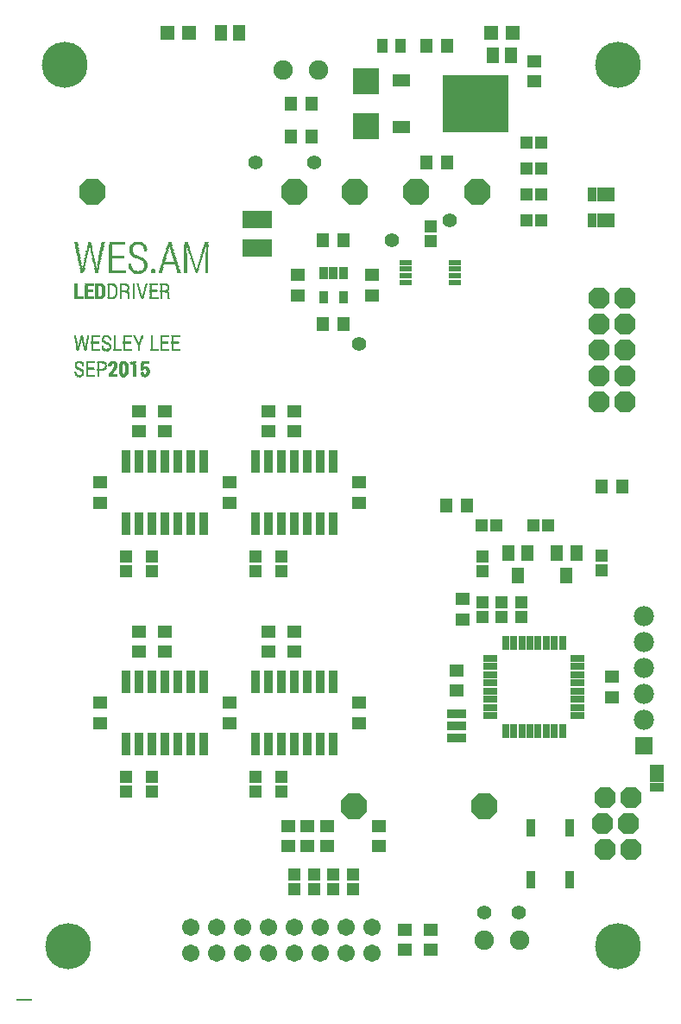
<source format=gts>
G75*
G70*
%OFA0B0*%
%FSLAX24Y24*%
%IPPOS*%
%LPD*%
%AMOC8*
5,1,8,0,0,1.08239X$1,22.5*
%
%ADD10R,0.0010X0.0010*%
%ADD11R,0.0090X0.0010*%
%ADD12R,0.0070X0.0010*%
%ADD13R,0.0170X0.0010*%
%ADD14R,0.0340X0.0010*%
%ADD15R,0.0080X0.0010*%
%ADD16R,0.0350X0.0010*%
%ADD17R,0.0130X0.0010*%
%ADD18R,0.0120X0.0010*%
%ADD19R,0.0150X0.0010*%
%ADD20R,0.0210X0.0010*%
%ADD21R,0.0330X0.0010*%
%ADD22R,0.0190X0.0010*%
%ADD23R,0.0110X0.0010*%
%ADD24R,0.0230X0.0010*%
%ADD25R,0.0280X0.0010*%
%ADD26R,0.0250X0.0010*%
%ADD27R,0.0300X0.0010*%
%ADD28R,0.0260X0.0010*%
%ADD29R,0.0360X0.0010*%
%ADD30R,0.0270X0.0010*%
%ADD31R,0.0290X0.0010*%
%ADD32R,0.0140X0.0010*%
%ADD33R,0.0100X0.0010*%
%ADD34R,0.0240X0.0010*%
%ADD35R,0.0310X0.0010*%
%ADD36R,0.0320X0.0010*%
%ADD37R,0.0160X0.0010*%
%ADD38R,0.0050X0.0010*%
%ADD39R,0.0220X0.0010*%
%ADD40R,0.0020X0.0010*%
%ADD41R,0.0060X0.0010*%
%ADD42R,0.0630X0.0010*%
%ADD43R,0.0640X0.0010*%
%ADD44R,0.0390X0.0010*%
%ADD45R,0.0430X0.0010*%
%ADD46R,0.0460X0.0010*%
%ADD47R,0.0490X0.0010*%
%ADD48R,0.0180X0.0010*%
%ADD49R,0.0620X0.0010*%
%ADD50R,0.0610X0.0010*%
%ADD51R,0.0600X0.0010*%
%ADD52R,0.0590X0.0010*%
%ADD53R,0.0580X0.0010*%
%ADD54R,0.0570X0.0010*%
%ADD55R,0.0560X0.0010*%
%ADD56R,0.0200X0.0010*%
%ADD57R,0.0450X0.0010*%
%ADD58R,0.0410X0.0010*%
%ADD59R,0.0380X0.0010*%
%ADD60C,0.0000*%
%ADD61OC8,0.1025*%
%ADD62C,0.0749*%
%ADD63C,0.1773*%
%ADD64R,0.0330X0.0580*%
%ADD65OC8,0.0820*%
%ADD66R,0.0480X0.0240*%
%ADD67R,0.0340X0.0880*%
%ADD68R,0.0580X0.0300*%
%ADD69R,0.0300X0.0580*%
%ADD70R,0.0356X0.0474*%
%ADD71R,0.0474X0.0631*%
%ADD72R,0.0454X0.0454*%
%ADD73R,0.0572X0.0474*%
%ADD74R,0.0474X0.0572*%
%ADD75R,0.2521X0.2206*%
%ADD76R,0.0710X0.0474*%
%ADD77R,0.0395X0.0552*%
%ADD78C,0.0674*%
%ADD79R,0.0749X0.0356*%
%ADD80R,0.1025X0.1025*%
%ADD81R,0.0674X0.0674*%
%ADD82C,0.0780*%
%ADD83R,0.1143X0.0710*%
%ADD84R,0.0580X0.0330*%
%ADD85R,0.0552X0.0552*%
%ADD86R,0.0513X0.0631*%
%ADD87R,0.0380X0.0680*%
%ADD88C,0.0555*%
D10*
X005260Y026830D03*
X005380Y026830D03*
X005310Y027100D03*
X005320Y027170D03*
X005390Y027140D03*
X005380Y027430D03*
X005260Y027430D03*
X006230Y027360D03*
X006450Y027240D03*
X006470Y027240D03*
X006490Y027240D03*
X006510Y027240D03*
X006530Y027240D03*
X006550Y027240D03*
X006560Y027430D03*
X006440Y027830D03*
X006430Y027900D03*
X006400Y027890D03*
X006340Y027890D03*
X006320Y027830D03*
X006250Y027860D03*
X006380Y028090D03*
X006390Y028160D03*
X006400Y028370D03*
X006340Y028370D03*
X006320Y028430D03*
X006290Y028420D03*
X006420Y028430D03*
X006980Y027430D03*
X007080Y027430D03*
X007300Y027390D03*
X007370Y027400D03*
X007420Y027410D03*
X007720Y027090D03*
X007740Y027090D03*
X007760Y027090D03*
X007780Y027090D03*
X007800Y027090D03*
X007790Y027000D03*
X007770Y027000D03*
X007760Y026850D03*
X007850Y027220D03*
X007930Y027220D03*
X007080Y026830D03*
X006980Y026830D03*
X006630Y029840D03*
X006610Y030360D03*
X006630Y030420D03*
X007130Y030420D03*
X007110Y030160D03*
X007180Y030130D03*
X007460Y030830D03*
X007530Y030820D03*
X007550Y030900D03*
X007650Y030900D03*
X007670Y030820D03*
X007750Y030840D03*
X007780Y030850D03*
X007620Y031370D03*
X007650Y031460D03*
X007680Y031450D03*
X007410Y031460D03*
X007320Y031170D03*
X007300Y031170D03*
X007280Y031170D03*
X007260Y031170D03*
X007240Y031170D03*
X007850Y031680D03*
X007870Y031680D03*
X007890Y031680D03*
X007910Y031680D03*
X007930Y031680D03*
X007620Y031950D03*
X007600Y031950D03*
X007580Y031950D03*
X007560Y031950D03*
X007500Y032030D03*
X007680Y032030D03*
X008670Y030420D03*
X008660Y030090D03*
X006170Y029840D03*
X006170Y030420D03*
D11*
X006460Y030350D03*
X006460Y030330D03*
X006460Y030310D03*
X006460Y030290D03*
X006460Y030270D03*
X006460Y030250D03*
X006460Y030230D03*
X006460Y030210D03*
X006460Y030190D03*
X006460Y030170D03*
X006460Y030150D03*
X006460Y030130D03*
X006460Y030110D03*
X006460Y030090D03*
X006460Y030070D03*
X006460Y030050D03*
X006460Y030030D03*
X006460Y030010D03*
X006460Y029990D03*
X006460Y029970D03*
X006460Y029950D03*
X006460Y029930D03*
X006460Y029910D03*
X006720Y029950D03*
X006730Y029960D03*
X006740Y029990D03*
X006750Y030020D03*
X006760Y030070D03*
X006760Y030090D03*
X006760Y030110D03*
X006760Y030130D03*
X006760Y030150D03*
X006760Y030170D03*
X006750Y030240D03*
X006740Y030270D03*
X006730Y030300D03*
X006720Y030310D03*
X007180Y030350D03*
X007190Y030340D03*
X007200Y030330D03*
X007200Y030310D03*
X007210Y030280D03*
X007210Y030270D03*
X007210Y030260D03*
X007210Y030250D03*
X007210Y030240D03*
X007200Y030210D03*
X007190Y030180D03*
X007180Y030170D03*
X007170Y030160D03*
X007200Y030050D03*
X007210Y030020D03*
X007210Y030010D03*
X007210Y030000D03*
X007210Y029960D03*
X007210Y029940D03*
X007210Y029920D03*
X007220Y029870D03*
X007220Y029850D03*
X007230Y029840D03*
X007410Y029840D03*
X007410Y029860D03*
X007410Y029880D03*
X007410Y029920D03*
X007410Y029940D03*
X007410Y029960D03*
X007410Y030000D03*
X007410Y030020D03*
X007410Y030040D03*
X007410Y030080D03*
X007410Y030100D03*
X007410Y030120D03*
X007410Y030160D03*
X007410Y030180D03*
X007410Y030200D03*
X007410Y030240D03*
X007410Y030260D03*
X007410Y030280D03*
X007410Y030320D03*
X007410Y030340D03*
X007410Y030360D03*
X007410Y030400D03*
X007410Y030420D03*
X007570Y030420D03*
X007580Y030410D03*
X007580Y030390D03*
X007580Y030370D03*
X007590Y030360D03*
X007590Y030340D03*
X007600Y030310D03*
X007610Y030280D03*
X007620Y030250D03*
X007620Y030230D03*
X007640Y030170D03*
X007840Y030150D03*
X007860Y030230D03*
X007870Y030260D03*
X007880Y030290D03*
X007880Y030310D03*
X007890Y030340D03*
X007900Y030350D03*
X007900Y030370D03*
X007900Y030390D03*
X007910Y030400D03*
X007910Y030420D03*
X008070Y030320D03*
X008070Y030240D03*
X008070Y030080D03*
X008070Y030000D03*
X008070Y029920D03*
X007740Y029870D03*
X007740Y029860D03*
X007740Y029850D03*
X008480Y029850D03*
X008480Y029870D03*
X008480Y029890D03*
X008480Y029910D03*
X008480Y029930D03*
X008480Y029950D03*
X008480Y029970D03*
X008480Y029990D03*
X008480Y030010D03*
X008480Y030030D03*
X008480Y030050D03*
X008480Y030070D03*
X008480Y030090D03*
X008480Y030170D03*
X008480Y030190D03*
X008480Y030210D03*
X008480Y030230D03*
X008480Y030250D03*
X008480Y030270D03*
X008480Y030290D03*
X008480Y030310D03*
X008480Y030330D03*
X008480Y030350D03*
X008740Y030340D03*
X008740Y030330D03*
X008750Y030320D03*
X008760Y030310D03*
X008760Y030290D03*
X008760Y030270D03*
X008760Y030250D03*
X008760Y030230D03*
X008750Y030200D03*
X008740Y030190D03*
X008710Y030160D03*
X008730Y030080D03*
X008740Y030070D03*
X008750Y030060D03*
X008750Y030050D03*
X008760Y030030D03*
X008760Y030010D03*
X008760Y029990D03*
X008760Y029970D03*
X008760Y029950D03*
X008760Y029930D03*
X008760Y029910D03*
X008760Y029890D03*
X008770Y029880D03*
X008770Y029860D03*
X008780Y029850D03*
X008780Y029840D03*
X008460Y030890D03*
X008470Y030920D03*
X008490Y030980D03*
X008490Y031000D03*
X008510Y031060D03*
X008520Y031090D03*
X008530Y031100D03*
X008530Y031120D03*
X008530Y031140D03*
X008540Y031150D03*
X008550Y031180D03*
X008580Y031270D03*
X008590Y031300D03*
X008590Y031320D03*
X008600Y031350D03*
X008610Y031360D03*
X008610Y031380D03*
X008620Y031410D03*
X008630Y031420D03*
X008630Y031440D03*
X008640Y031470D03*
X008650Y031500D03*
X008660Y031530D03*
X008670Y031560D03*
X008670Y031580D03*
X008680Y031590D03*
X008690Y031620D03*
X008690Y031640D03*
X008700Y031650D03*
X008700Y031660D03*
X008710Y031680D03*
X008710Y031700D03*
X008720Y031710D03*
X008720Y031720D03*
X008720Y031730D03*
X008730Y031740D03*
X008730Y031760D03*
X008740Y031790D03*
X008750Y031800D03*
X008750Y031820D03*
X008760Y031850D03*
X008870Y031860D03*
X008870Y031840D03*
X008870Y031820D03*
X008880Y031810D03*
X008890Y031780D03*
X008900Y031750D03*
X008910Y031720D03*
X008910Y031700D03*
X008920Y031690D03*
X008920Y031670D03*
X008930Y031660D03*
X008930Y031640D03*
X008940Y031610D03*
X008950Y031580D03*
X008960Y031550D03*
X008970Y031520D03*
X008980Y031490D03*
X008990Y031460D03*
X008990Y031440D03*
X009000Y031420D03*
X009000Y031410D03*
X009010Y031400D03*
X009010Y031380D03*
X009030Y031340D03*
X009030Y031320D03*
X009040Y031290D03*
X009070Y031180D03*
X009080Y031170D03*
X009090Y031140D03*
X009100Y031110D03*
X009110Y031080D03*
X009110Y031060D03*
X009120Y031030D03*
X009130Y031000D03*
X009150Y030940D03*
X009430Y030940D03*
X009430Y030960D03*
X009430Y030980D03*
X009430Y031000D03*
X009430Y031020D03*
X009430Y031040D03*
X009430Y031060D03*
X009430Y031080D03*
X009430Y031100D03*
X009430Y031120D03*
X009430Y031140D03*
X009430Y031160D03*
X009430Y031180D03*
X009430Y031200D03*
X009430Y031220D03*
X009430Y031240D03*
X009430Y031260D03*
X009430Y031280D03*
X009430Y031300D03*
X009430Y031320D03*
X009430Y031340D03*
X009430Y031360D03*
X009430Y031380D03*
X009430Y031400D03*
X009430Y031420D03*
X009430Y031440D03*
X009430Y031460D03*
X009430Y031480D03*
X009430Y031500D03*
X009430Y031520D03*
X009430Y031540D03*
X009430Y031560D03*
X009430Y031580D03*
X009430Y031600D03*
X009430Y031620D03*
X009430Y031640D03*
X009430Y031660D03*
X009430Y031680D03*
X009430Y031700D03*
X009430Y031720D03*
X009430Y031740D03*
X009430Y031760D03*
X009430Y031780D03*
X009430Y031800D03*
X009430Y031820D03*
X009530Y031820D03*
X009530Y031800D03*
X009540Y031790D03*
X009540Y031780D03*
X009540Y031770D03*
X009550Y031760D03*
X009550Y031740D03*
X009560Y031730D03*
X009570Y031700D03*
X009570Y031680D03*
X009580Y031670D03*
X009580Y031660D03*
X009580Y031650D03*
X009590Y031640D03*
X009590Y031620D03*
X009600Y031610D03*
X009600Y031600D03*
X009600Y031590D03*
X009610Y031580D03*
X009610Y031560D03*
X009620Y031550D03*
X009620Y031530D03*
X009630Y031520D03*
X009630Y031510D03*
X009630Y031500D03*
X009640Y031490D03*
X009640Y031480D03*
X009640Y031470D03*
X009650Y031460D03*
X009650Y031450D03*
X009650Y031440D03*
X009660Y031430D03*
X009660Y031410D03*
X009670Y031380D03*
X009680Y031370D03*
X009680Y031350D03*
X009680Y031330D03*
X009690Y031320D03*
X009700Y031310D03*
X009700Y031290D03*
X009710Y031270D03*
X009710Y031260D03*
X009720Y031250D03*
X009720Y031230D03*
X009730Y031200D03*
X009740Y031170D03*
X009740Y031150D03*
X009750Y031140D03*
X009760Y031110D03*
X009760Y031090D03*
X009770Y031080D03*
X009770Y031070D03*
X009780Y031050D03*
X009780Y031030D03*
X009790Y031020D03*
X009890Y031000D03*
X009900Y031030D03*
X009910Y031060D03*
X009920Y031090D03*
X009920Y031110D03*
X009930Y031120D03*
X009940Y031150D03*
X009940Y031170D03*
X009950Y031180D03*
X009950Y031190D03*
X009950Y031200D03*
X009960Y031210D03*
X009960Y031230D03*
X009970Y031240D03*
X009980Y031270D03*
X009980Y031280D03*
X009980Y031290D03*
X009990Y031300D03*
X009990Y031310D03*
X009990Y031320D03*
X010000Y031330D03*
X010000Y031350D03*
X010010Y031360D03*
X010010Y031370D03*
X010010Y031380D03*
X010020Y031390D03*
X010020Y031410D03*
X010030Y031420D03*
X010030Y031430D03*
X010030Y031440D03*
X010040Y031450D03*
X010040Y031460D03*
X010040Y031470D03*
X010050Y031480D03*
X010050Y031500D03*
X010060Y031510D03*
X010060Y031520D03*
X010060Y031530D03*
X010070Y031540D03*
X010070Y031560D03*
X010080Y031570D03*
X010080Y031590D03*
X010090Y031600D03*
X010090Y031620D03*
X010090Y031640D03*
X010100Y031650D03*
X010110Y031660D03*
X010110Y031680D03*
X010120Y031690D03*
X010120Y031700D03*
X010120Y031710D03*
X010130Y031740D03*
X010140Y031770D03*
X010150Y031780D03*
X010150Y031800D03*
X010150Y031820D03*
X010160Y031830D03*
X010260Y031830D03*
X010260Y031810D03*
X010260Y031790D03*
X010260Y031770D03*
X010260Y031750D03*
X010260Y031730D03*
X010250Y031720D03*
X010260Y031710D03*
X010250Y031700D03*
X010260Y031690D03*
X010250Y031680D03*
X010260Y031670D03*
X010250Y031660D03*
X010260Y031650D03*
X010250Y031640D03*
X010260Y031630D03*
X010250Y031620D03*
X010250Y031600D03*
X010250Y031580D03*
X010250Y031560D03*
X010250Y031540D03*
X010250Y031520D03*
X010250Y031500D03*
X010250Y031480D03*
X010250Y031460D03*
X010250Y031440D03*
X010250Y031420D03*
X010250Y031400D03*
X010250Y031380D03*
X010250Y031360D03*
X010250Y031340D03*
X010250Y031320D03*
X010250Y031300D03*
X010250Y031280D03*
X010250Y031260D03*
X010250Y031240D03*
X010250Y031220D03*
X010250Y031200D03*
X010250Y031180D03*
X010250Y031160D03*
X010250Y031140D03*
X010250Y031120D03*
X010250Y031100D03*
X010250Y031080D03*
X010250Y031060D03*
X010250Y031040D03*
X010250Y031020D03*
X010250Y031000D03*
X010250Y030980D03*
X010250Y030960D03*
X010250Y030940D03*
X010250Y030920D03*
X010250Y030900D03*
X010250Y030880D03*
X010250Y030860D03*
X010250Y030840D03*
X009840Y030850D03*
X009840Y030870D03*
X009430Y030880D03*
X009430Y030900D03*
X009430Y030920D03*
X009430Y030860D03*
X009430Y030840D03*
X008810Y032020D03*
X007870Y031780D03*
X007880Y031730D03*
X007890Y031160D03*
X007890Y031140D03*
X007890Y031120D03*
X007890Y031100D03*
X007890Y031080D03*
X007290Y031060D03*
X007280Y031090D03*
X007280Y031110D03*
X007270Y031160D03*
X007310Y031680D03*
X007310Y031780D03*
X006530Y031780D03*
X006530Y031800D03*
X006530Y031820D03*
X006530Y031840D03*
X006530Y031860D03*
X006530Y031880D03*
X006530Y031900D03*
X006530Y031920D03*
X006530Y031940D03*
X006530Y031760D03*
X006530Y031740D03*
X006530Y031720D03*
X006530Y031700D03*
X006530Y031680D03*
X006530Y031660D03*
X006530Y031640D03*
X006530Y031620D03*
X006530Y031600D03*
X006530Y031580D03*
X006530Y031560D03*
X006530Y031540D03*
X006530Y031520D03*
X006530Y031500D03*
X006530Y031400D03*
X006530Y031380D03*
X006530Y031360D03*
X006530Y031340D03*
X006530Y031320D03*
X006530Y031300D03*
X006530Y031280D03*
X006530Y031260D03*
X006530Y031240D03*
X006530Y031220D03*
X006530Y031200D03*
X006530Y031180D03*
X006530Y031160D03*
X006530Y031140D03*
X006530Y031120D03*
X006530Y031100D03*
X006530Y031080D03*
X006530Y031060D03*
X006530Y031040D03*
X006530Y031020D03*
X006530Y031000D03*
X006530Y030980D03*
X006530Y030960D03*
X006530Y030940D03*
X006530Y030920D03*
X006050Y031040D03*
X006050Y031050D03*
X006050Y031060D03*
X006050Y031070D03*
X006050Y031080D03*
X006060Y031090D03*
X006060Y031110D03*
X006060Y031120D03*
X006060Y031130D03*
X006070Y031140D03*
X006070Y031160D03*
X006070Y031180D03*
X006070Y031200D03*
X006080Y031210D03*
X006080Y031220D03*
X006080Y031230D03*
X006090Y031240D03*
X006090Y031260D03*
X006090Y031280D03*
X006090Y031300D03*
X006100Y031310D03*
X006100Y031320D03*
X006100Y031330D03*
X006110Y031340D03*
X006110Y031360D03*
X006110Y031380D03*
X006120Y031410D03*
X006120Y031420D03*
X006120Y031430D03*
X006130Y031440D03*
X006130Y031460D03*
X006130Y031480D03*
X006140Y031510D03*
X006140Y031530D03*
X006150Y031540D03*
X006150Y031560D03*
X006150Y031580D03*
X006160Y031610D03*
X006170Y031660D03*
X006170Y031680D03*
X006180Y031710D03*
X006190Y031760D03*
X006190Y031780D03*
X006200Y031810D03*
X006210Y031860D03*
X006220Y031910D03*
X006230Y031960D03*
X005900Y031270D03*
X005900Y031260D03*
X005900Y031250D03*
X005900Y031230D03*
X005910Y031220D03*
X005910Y031210D03*
X005910Y031200D03*
X005920Y031190D03*
X005920Y031170D03*
X005920Y031150D03*
X005930Y031140D03*
X005930Y031130D03*
X005930Y031120D03*
X005940Y031090D03*
X005940Y031070D03*
X005940Y031050D03*
X005950Y031040D03*
X005950Y031020D03*
X006000Y030850D03*
X006000Y030840D03*
X005890Y031280D03*
X005890Y031300D03*
X005890Y031320D03*
X005880Y031330D03*
X005880Y031350D03*
X005870Y031360D03*
X005880Y031370D03*
X005870Y031380D03*
X005870Y031400D03*
X005860Y031410D03*
X005860Y031420D03*
X005860Y031430D03*
X005860Y031450D03*
X005850Y031460D03*
X005850Y031470D03*
X005850Y031480D03*
X005840Y031490D03*
X005840Y031510D03*
X005840Y031530D03*
X005830Y031540D03*
X005830Y031550D03*
X005830Y031560D03*
X005820Y031570D03*
X005820Y031590D03*
X005820Y031600D03*
X005820Y031610D03*
X005810Y031620D03*
X005810Y031640D03*
X005800Y031650D03*
X005800Y031670D03*
X005800Y031680D03*
X005800Y031690D03*
X005800Y031710D03*
X005790Y031720D03*
X005790Y031730D03*
X005790Y031740D03*
X005780Y031750D03*
X005780Y031770D03*
X005780Y031790D03*
X005770Y031800D03*
X005770Y031810D03*
X005770Y031820D03*
X005670Y031820D03*
X005660Y031810D03*
X005660Y031790D03*
X005660Y031770D03*
X005650Y031760D03*
X005650Y031750D03*
X005650Y031740D03*
X005640Y031730D03*
X005650Y031720D03*
X005640Y031710D03*
X005640Y031700D03*
X005640Y031690D03*
X005630Y031680D03*
X005630Y031660D03*
X005630Y031640D03*
X005620Y031630D03*
X005620Y031620D03*
X005620Y031610D03*
X005610Y031600D03*
X005610Y031580D03*
X005610Y031560D03*
X005600Y031550D03*
X005600Y031540D03*
X005600Y031530D03*
X005590Y031520D03*
X005590Y031500D03*
X005590Y031490D03*
X005590Y031480D03*
X005580Y031470D03*
X005580Y031450D03*
X005580Y031440D03*
X005580Y031430D03*
X005570Y031420D03*
X005570Y031410D03*
X005570Y031400D03*
X005570Y031380D03*
X005560Y031370D03*
X005560Y031360D03*
X005560Y031350D03*
X005550Y031340D03*
X005550Y031320D03*
X005550Y031300D03*
X005540Y031290D03*
X005540Y031280D03*
X005540Y031270D03*
X005540Y031250D03*
X005530Y031240D03*
X005530Y031230D03*
X005530Y031220D03*
X005520Y031210D03*
X005520Y031190D03*
X005520Y031170D03*
X005510Y031160D03*
X005510Y031150D03*
X005510Y031140D03*
X005500Y031130D03*
X005500Y031110D03*
X005500Y031090D03*
X005490Y031080D03*
X005490Y031060D03*
X005390Y031040D03*
X005380Y031050D03*
X005380Y031070D03*
X005380Y031080D03*
X005380Y031090D03*
X005380Y031110D03*
X005370Y031120D03*
X005370Y031140D03*
X005370Y031160D03*
X005360Y031170D03*
X005360Y031180D03*
X005360Y031190D03*
X005360Y031210D03*
X005350Y031220D03*
X005350Y031240D03*
X005350Y031260D03*
X005340Y031290D03*
X005330Y031320D03*
X005330Y031340D03*
X005330Y031360D03*
X005320Y031390D03*
X005310Y031420D03*
X005310Y031440D03*
X005310Y031460D03*
X005300Y031490D03*
X005290Y031520D03*
X005290Y031540D03*
X005280Y031570D03*
X005270Y031620D03*
X005270Y031640D03*
X005250Y031720D03*
X005250Y031740D03*
X005230Y031820D03*
X005230Y031840D03*
X005210Y031920D03*
X005210Y031940D03*
X005200Y031970D03*
X005190Y032020D03*
X005670Y031840D03*
X005390Y031020D03*
X005430Y030840D03*
X005660Y028410D03*
X005660Y028390D03*
X005650Y028360D03*
X005640Y028310D03*
X005640Y028290D03*
X005620Y028190D03*
X005460Y028190D03*
X005360Y028210D03*
X005410Y028360D03*
X005410Y028380D03*
X005170Y028340D03*
X005160Y028370D03*
X005160Y028390D03*
X005180Y028290D03*
X005180Y028270D03*
X005190Y028240D03*
X005200Y028190D03*
X005220Y028070D03*
X005270Y027900D03*
X005270Y027880D03*
X005270Y027860D03*
X005550Y027860D03*
X005550Y027880D03*
X005500Y028030D03*
X005820Y028030D03*
X005820Y028050D03*
X005820Y028070D03*
X005820Y028090D03*
X005820Y028110D03*
X005820Y028190D03*
X005820Y028210D03*
X005820Y028230D03*
X005820Y028250D03*
X005820Y028270D03*
X005820Y028290D03*
X005820Y028310D03*
X005820Y028330D03*
X005820Y028350D03*
X005820Y028010D03*
X005820Y027990D03*
X005820Y027970D03*
X005820Y027950D03*
X005820Y027930D03*
X005820Y027910D03*
X006220Y027950D03*
X006230Y027940D03*
X006240Y027930D03*
X006220Y027970D03*
X006220Y027990D03*
X006380Y027830D03*
X006490Y027900D03*
X006500Y027920D03*
X006500Y027930D03*
X006510Y027940D03*
X006510Y027960D03*
X006510Y028000D03*
X006510Y028020D03*
X006500Y028030D03*
X006500Y028050D03*
X006490Y028060D03*
X006680Y028070D03*
X006680Y028090D03*
X006680Y028110D03*
X006680Y028130D03*
X006680Y028150D03*
X006680Y028170D03*
X006680Y028190D03*
X006680Y028210D03*
X006680Y028230D03*
X006680Y028250D03*
X006680Y028270D03*
X006680Y028290D03*
X006680Y028310D03*
X006680Y028330D03*
X006680Y028350D03*
X006680Y028370D03*
X006680Y028390D03*
X006680Y028410D03*
X006500Y028330D03*
X006490Y028340D03*
X006480Y028350D03*
X006470Y028360D03*
X006500Y028310D03*
X006510Y028280D03*
X006270Y028360D03*
X006260Y028350D03*
X006250Y028340D03*
X006240Y028330D03*
X006240Y028310D03*
X006240Y028230D03*
X006250Y028220D03*
X006680Y028050D03*
X006680Y028030D03*
X006680Y028010D03*
X006680Y027990D03*
X006680Y027970D03*
X006680Y027950D03*
X006680Y027930D03*
X006680Y027910D03*
X007060Y027910D03*
X007060Y027930D03*
X007060Y027950D03*
X007060Y027970D03*
X007060Y027990D03*
X007060Y028010D03*
X007060Y028030D03*
X007060Y028050D03*
X007060Y028070D03*
X007060Y028090D03*
X007060Y028110D03*
X007060Y028190D03*
X007060Y028210D03*
X007060Y028230D03*
X007060Y028250D03*
X007060Y028270D03*
X007060Y028290D03*
X007060Y028310D03*
X007060Y028330D03*
X007060Y028350D03*
X007450Y028400D03*
X007460Y028390D03*
X007460Y028380D03*
X007460Y028370D03*
X007470Y028360D03*
X007480Y028350D03*
X007480Y028330D03*
X007490Y028320D03*
X007490Y028310D03*
X007500Y028290D03*
X007510Y028260D03*
X007520Y028250D03*
X007520Y028230D03*
X007530Y028220D03*
X007540Y028190D03*
X007550Y028180D03*
X007560Y028150D03*
X007660Y028170D03*
X007680Y028210D03*
X007700Y028250D03*
X007700Y028270D03*
X007710Y028280D03*
X007720Y028290D03*
X007720Y028310D03*
X007730Y028320D03*
X007740Y028330D03*
X007740Y028350D03*
X007750Y028360D03*
X007750Y028380D03*
X007760Y028390D03*
X007770Y028400D03*
X007770Y028410D03*
X007770Y028420D03*
X008110Y028400D03*
X008110Y028320D03*
X008110Y028240D03*
X008110Y028160D03*
X008110Y028080D03*
X008110Y028000D03*
X008110Y027920D03*
X007610Y028060D03*
X007770Y027320D03*
X007770Y027300D03*
X007770Y027280D03*
X007860Y026830D03*
X006620Y027430D03*
X006330Y027320D03*
X006330Y027310D03*
X006320Y027330D03*
X006310Y027340D03*
X006340Y027290D03*
X006340Y027270D03*
X006340Y027250D03*
X006340Y027230D03*
X006340Y027210D03*
X006330Y027180D03*
X006320Y027170D03*
X006310Y027160D03*
X005630Y027200D03*
X005630Y027280D03*
X005630Y027360D03*
X005460Y027310D03*
X005450Y027320D03*
X005440Y027330D03*
X005460Y027290D03*
X005460Y027270D03*
X005320Y027430D03*
X005200Y027330D03*
X005190Y027320D03*
X005180Y027290D03*
X005180Y027270D03*
X005190Y027240D03*
X005190Y027220D03*
X005200Y027210D03*
X005210Y027200D03*
X005170Y027000D03*
X005170Y026980D03*
X005180Y026950D03*
X005180Y026930D03*
X005190Y026920D03*
X005200Y026910D03*
X005210Y026900D03*
X005320Y026830D03*
X005430Y026900D03*
X005440Y026910D03*
X005450Y026920D03*
X005460Y026950D03*
X005460Y026970D03*
X005460Y026990D03*
X005460Y027010D03*
X005460Y027030D03*
X005450Y027040D03*
X005440Y027050D03*
X005630Y027040D03*
X005630Y026960D03*
X008910Y027920D03*
X008910Y028000D03*
X008910Y028080D03*
X008910Y028240D03*
X008910Y028320D03*
D12*
X008760Y029900D03*
X008760Y029920D03*
X008760Y029940D03*
X008760Y029960D03*
X008760Y029980D03*
X008760Y030000D03*
X008760Y030020D03*
X008740Y030180D03*
X008760Y030240D03*
X008760Y030260D03*
X008760Y030280D03*
X007880Y030300D03*
X007870Y030270D03*
X007860Y030220D03*
X007850Y030190D03*
X007840Y030160D03*
X007840Y030140D03*
X007830Y030130D03*
X007830Y030120D03*
X007830Y030110D03*
X007820Y030100D03*
X007820Y030080D03*
X007810Y030060D03*
X007810Y030050D03*
X007800Y030020D03*
X007800Y030010D03*
X007800Y030000D03*
X007790Y029990D03*
X007790Y029970D03*
X007780Y029960D03*
X007780Y029940D03*
X007700Y029940D03*
X007700Y029960D03*
X007690Y029970D03*
X007690Y029990D03*
X007690Y030010D03*
X007680Y030020D03*
X007680Y030040D03*
X007670Y030050D03*
X007670Y030060D03*
X007670Y030070D03*
X007660Y030080D03*
X007660Y030100D03*
X007660Y030120D03*
X007650Y030130D03*
X007650Y030140D03*
X007640Y030160D03*
X007640Y030180D03*
X007630Y030210D03*
X007620Y030240D03*
X007600Y030300D03*
X007600Y030320D03*
X007410Y030290D03*
X007410Y030370D03*
X007410Y030210D03*
X007410Y030130D03*
X007410Y030050D03*
X007410Y029970D03*
X007410Y029890D03*
X007220Y029860D03*
X007210Y029970D03*
X007200Y030200D03*
X007200Y030320D03*
X006740Y030280D03*
X005480Y031020D03*
X005660Y028420D03*
X005660Y028400D03*
X005650Y028350D03*
X005640Y028320D03*
X005640Y028300D03*
X005630Y028250D03*
X005620Y028220D03*
X005620Y028200D03*
X005620Y028180D03*
X005610Y028150D03*
X005610Y028140D03*
X005610Y028130D03*
X005600Y028100D03*
X005600Y028080D03*
X005590Y028050D03*
X005590Y028040D03*
X005590Y028030D03*
X005580Y028020D03*
X005500Y028020D03*
X005500Y028040D03*
X005490Y028050D03*
X005490Y028060D03*
X005490Y028070D03*
X005480Y028080D03*
X005480Y028100D03*
X005480Y028120D03*
X005480Y028140D03*
X005470Y028150D03*
X005470Y028170D03*
X005460Y028180D03*
X005460Y028200D03*
X005450Y028210D03*
X005450Y028230D03*
X005450Y028240D03*
X005450Y028250D03*
X005370Y028250D03*
X005360Y028240D03*
X005360Y028220D03*
X005360Y028200D03*
X005350Y028190D03*
X005360Y028180D03*
X005350Y028170D03*
X005340Y028140D03*
X005340Y028130D03*
X005340Y028120D03*
X005340Y028100D03*
X005330Y028090D03*
X005330Y028080D03*
X005330Y028070D03*
X005320Y028060D03*
X005320Y028040D03*
X005320Y028020D03*
X005310Y028010D03*
X005230Y028010D03*
X005230Y028030D03*
X005220Y028060D03*
X005220Y028080D03*
X005220Y028100D03*
X005210Y028130D03*
X005200Y028160D03*
X005200Y028180D03*
X005190Y028230D03*
X005180Y028260D03*
X005180Y028280D03*
X005180Y028300D03*
X005170Y028330D03*
X005160Y028380D03*
X005160Y028400D03*
X005410Y028410D03*
X006220Y028000D03*
X006220Y027980D03*
X006510Y028010D03*
X006510Y027950D03*
X006510Y028270D03*
X006500Y028320D03*
X006370Y028430D03*
X006240Y028320D03*
X006340Y027280D03*
X006340Y027260D03*
X006340Y027240D03*
X006340Y027220D03*
X007030Y027430D03*
X007470Y027410D03*
X007030Y026830D03*
X007560Y028160D03*
X007540Y028200D03*
X007520Y028240D03*
X007660Y028160D03*
X007700Y028260D03*
X007720Y028300D03*
X009760Y031100D03*
X009920Y031100D03*
X009840Y030860D03*
X009840Y030840D03*
X010000Y031340D03*
X005440Y027340D03*
X005460Y027300D03*
X005460Y027280D03*
X005460Y027260D03*
X005460Y027000D03*
X005460Y026980D03*
X005180Y026940D03*
X005200Y027340D03*
D13*
X005320Y027130D03*
X005350Y027120D03*
X005360Y027110D03*
X005330Y026840D03*
X006370Y027840D03*
X006390Y028120D03*
X006380Y028130D03*
X006350Y028140D03*
X006340Y028150D03*
X006000Y030990D03*
X006000Y031010D03*
X005440Y031010D03*
X005440Y030990D03*
X005720Y031850D03*
X005720Y031870D03*
X007450Y031500D03*
X007750Y031360D03*
X007760Y031350D03*
X008810Y031900D03*
X009460Y031910D03*
X009470Y031900D03*
X009470Y031880D03*
X009470Y031860D03*
X009460Y031930D03*
X009840Y030990D03*
X010210Y031860D03*
X010210Y031880D03*
X010220Y031890D03*
X010220Y031910D03*
X010220Y031930D03*
D14*
X008195Y030400D03*
X008205Y029880D03*
X008205Y029860D03*
X009035Y028400D03*
X009045Y027880D03*
X009045Y027860D03*
X008625Y027840D03*
X007185Y028410D03*
X005945Y028410D03*
X006105Y029910D03*
X005705Y029900D03*
X005305Y029910D03*
X005705Y030380D03*
X006105Y030350D03*
X006625Y026920D03*
X005765Y026840D03*
D15*
X005635Y026900D03*
X005635Y026910D03*
X005635Y026920D03*
X005635Y026930D03*
X005635Y026940D03*
X005635Y026950D03*
X005635Y026970D03*
X005635Y026980D03*
X005635Y026990D03*
X005635Y027000D03*
X005635Y027010D03*
X005635Y027020D03*
X005635Y027030D03*
X005635Y027050D03*
X005635Y027060D03*
X005635Y027070D03*
X005635Y027080D03*
X005635Y027090D03*
X005635Y027100D03*
X005635Y027110D03*
X005635Y027180D03*
X005635Y027190D03*
X005635Y027210D03*
X005635Y027220D03*
X005635Y027230D03*
X005635Y027240D03*
X005635Y027250D03*
X005635Y027260D03*
X005635Y027270D03*
X005635Y027290D03*
X005635Y027300D03*
X005635Y027310D03*
X005635Y027320D03*
X005635Y027330D03*
X005635Y027340D03*
X005635Y027350D03*
X005455Y027020D03*
X005465Y026960D03*
X005455Y026940D03*
X005455Y026930D03*
X005175Y026960D03*
X005175Y026970D03*
X005165Y026990D03*
X005195Y027230D03*
X005185Y027250D03*
X005185Y027260D03*
X005185Y027280D03*
X005185Y027300D03*
X005185Y027310D03*
X005265Y027840D03*
X005265Y027850D03*
X005235Y028020D03*
X005225Y028040D03*
X005225Y028050D03*
X005215Y028090D03*
X005215Y028110D03*
X005215Y028120D03*
X005205Y028140D03*
X005205Y028150D03*
X005205Y028170D03*
X005195Y028200D03*
X005195Y028210D03*
X005195Y028220D03*
X005185Y028250D03*
X005175Y028310D03*
X005175Y028320D03*
X005165Y028350D03*
X005165Y028360D03*
X005155Y028410D03*
X005155Y028420D03*
X005405Y028400D03*
X005405Y028390D03*
X005365Y028230D03*
X005345Y028160D03*
X005345Y028150D03*
X005335Y028110D03*
X005325Y028050D03*
X005315Y028030D03*
X005485Y028090D03*
X005485Y028110D03*
X005475Y028130D03*
X005465Y028160D03*
X005605Y028120D03*
X005605Y028110D03*
X005595Y028090D03*
X005595Y028070D03*
X005595Y028060D03*
X005615Y028160D03*
X005615Y028170D03*
X005625Y028210D03*
X005625Y028230D03*
X005625Y028240D03*
X005635Y028260D03*
X005635Y028270D03*
X005635Y028280D03*
X005645Y028330D03*
X005645Y028340D03*
X005655Y028370D03*
X005655Y028380D03*
X005825Y028360D03*
X005825Y028340D03*
X005825Y028320D03*
X005825Y028300D03*
X005825Y028280D03*
X005825Y028260D03*
X005825Y028240D03*
X005825Y028220D03*
X005825Y028200D03*
X005825Y028180D03*
X005825Y028100D03*
X005825Y028080D03*
X005825Y028060D03*
X005825Y028040D03*
X005825Y028020D03*
X005825Y028000D03*
X005825Y027980D03*
X005825Y027960D03*
X005825Y027940D03*
X005825Y027920D03*
X005825Y027900D03*
X005545Y027850D03*
X005545Y027840D03*
X006055Y027360D03*
X006055Y027350D03*
X006055Y027340D03*
X006055Y027330D03*
X006055Y027320D03*
X006055Y027310D03*
X006055Y027300D03*
X006055Y027290D03*
X006055Y027280D03*
X006055Y027270D03*
X006055Y027260D03*
X006055Y027250D03*
X006055Y027240D03*
X006055Y027230D03*
X006055Y027220D03*
X006055Y027210D03*
X006055Y027200D03*
X006055Y027190D03*
X006055Y027180D03*
X006055Y027170D03*
X006055Y027160D03*
X006055Y027150D03*
X006055Y027140D03*
X006055Y027070D03*
X006055Y027060D03*
X006055Y027050D03*
X006055Y027040D03*
X006055Y027030D03*
X006055Y027020D03*
X006055Y027010D03*
X006055Y027000D03*
X006055Y026990D03*
X006055Y026980D03*
X006055Y026970D03*
X006055Y026960D03*
X006055Y026950D03*
X006055Y026940D03*
X006055Y026930D03*
X006055Y026920D03*
X006055Y026910D03*
X006055Y026900D03*
X006055Y026890D03*
X006055Y026880D03*
X006055Y026870D03*
X006055Y026860D03*
X006055Y026850D03*
X006055Y026840D03*
X006335Y027190D03*
X006335Y027200D03*
X006335Y027300D03*
X006245Y027920D03*
X006225Y027960D03*
X006235Y028240D03*
X006235Y028250D03*
X006235Y028260D03*
X006235Y028270D03*
X006235Y028280D03*
X006235Y028290D03*
X006235Y028300D03*
X006505Y028300D03*
X006505Y028290D03*
X006515Y028260D03*
X006685Y028260D03*
X006685Y028280D03*
X006685Y028300D03*
X006685Y028320D03*
X006685Y028340D03*
X006685Y028360D03*
X006685Y028380D03*
X006685Y028400D03*
X006685Y028420D03*
X006685Y028240D03*
X006685Y028220D03*
X006685Y028200D03*
X006685Y028180D03*
X006685Y028160D03*
X006685Y028140D03*
X006685Y028120D03*
X006685Y028100D03*
X006685Y028080D03*
X006685Y028060D03*
X006685Y028040D03*
X006685Y028020D03*
X006685Y028000D03*
X006685Y027980D03*
X006685Y027960D03*
X006685Y027940D03*
X006685Y027920D03*
X006685Y027900D03*
X006515Y027970D03*
X006515Y027980D03*
X006515Y027990D03*
X006505Y028040D03*
X007065Y028040D03*
X007065Y028060D03*
X007065Y028080D03*
X007065Y028100D03*
X007065Y028020D03*
X007065Y028000D03*
X007065Y027980D03*
X007065Y027960D03*
X007065Y027940D03*
X007065Y027920D03*
X007065Y027900D03*
X007065Y028180D03*
X007065Y028200D03*
X007065Y028220D03*
X007065Y028240D03*
X007065Y028260D03*
X007065Y028280D03*
X007065Y028300D03*
X007065Y028320D03*
X007065Y028340D03*
X007065Y028360D03*
X007475Y028340D03*
X007495Y028300D03*
X007505Y028280D03*
X007505Y028270D03*
X007535Y028210D03*
X007555Y028170D03*
X007655Y028150D03*
X007665Y028180D03*
X007675Y028190D03*
X007675Y028200D03*
X007685Y028220D03*
X007685Y028230D03*
X007695Y028240D03*
X007735Y028340D03*
X007605Y028050D03*
X007605Y028040D03*
X007605Y028030D03*
X007605Y028020D03*
X007605Y028010D03*
X007605Y028000D03*
X007605Y027990D03*
X007605Y027980D03*
X007605Y027970D03*
X007605Y027960D03*
X007605Y027950D03*
X007605Y027940D03*
X007605Y027930D03*
X007605Y027920D03*
X007605Y027910D03*
X007605Y027900D03*
X007605Y027890D03*
X007605Y027880D03*
X007605Y027870D03*
X007605Y027860D03*
X007605Y027850D03*
X007605Y027840D03*
X008115Y027900D03*
X008115Y027910D03*
X008115Y027930D03*
X008115Y027940D03*
X008115Y027950D03*
X008115Y027960D03*
X008115Y027970D03*
X008115Y027980D03*
X008115Y027990D03*
X008115Y028010D03*
X008115Y028020D03*
X008115Y028030D03*
X008115Y028040D03*
X008115Y028050D03*
X008115Y028060D03*
X008115Y028070D03*
X008115Y028090D03*
X008115Y028100D03*
X008115Y028110D03*
X008115Y028120D03*
X008115Y028130D03*
X008115Y028140D03*
X008115Y028150D03*
X008115Y028170D03*
X008115Y028180D03*
X008115Y028190D03*
X008115Y028200D03*
X008115Y028210D03*
X008115Y028220D03*
X008115Y028230D03*
X008115Y028250D03*
X008115Y028260D03*
X008115Y028270D03*
X008115Y028280D03*
X008115Y028290D03*
X008115Y028300D03*
X008115Y028310D03*
X008115Y028330D03*
X008115Y028340D03*
X008115Y028350D03*
X008115Y028360D03*
X008115Y028370D03*
X008115Y028380D03*
X008115Y028390D03*
X008115Y028410D03*
X008115Y028420D03*
X008495Y028360D03*
X008495Y028350D03*
X008495Y028340D03*
X008495Y028330D03*
X008495Y028320D03*
X008495Y028310D03*
X008495Y028300D03*
X008495Y028290D03*
X008495Y028280D03*
X008495Y028270D03*
X008495Y028260D03*
X008495Y028250D03*
X008495Y028240D03*
X008495Y028230D03*
X008495Y028220D03*
X008495Y028210D03*
X008495Y028200D03*
X008495Y028190D03*
X008495Y028180D03*
X008495Y028110D03*
X008495Y028100D03*
X008495Y028090D03*
X008495Y028080D03*
X008495Y028070D03*
X008495Y028060D03*
X008495Y028050D03*
X008495Y028040D03*
X008495Y028030D03*
X008495Y028020D03*
X008495Y028010D03*
X008495Y028000D03*
X008495Y027990D03*
X008495Y027980D03*
X008495Y027970D03*
X008495Y027960D03*
X008495Y027950D03*
X008495Y027940D03*
X008495Y027930D03*
X008495Y027920D03*
X008495Y027910D03*
X008495Y027900D03*
X008915Y027900D03*
X008915Y027910D03*
X008915Y027930D03*
X008915Y027940D03*
X008915Y027950D03*
X008915Y027960D03*
X008915Y027970D03*
X008915Y027980D03*
X008915Y027990D03*
X008915Y028010D03*
X008915Y028020D03*
X008915Y028030D03*
X008915Y028040D03*
X008915Y028050D03*
X008915Y028060D03*
X008915Y028070D03*
X008915Y028090D03*
X008915Y028100D03*
X008915Y028110D03*
X008915Y028180D03*
X008915Y028190D03*
X008915Y028200D03*
X008915Y028210D03*
X008915Y028220D03*
X008915Y028230D03*
X008915Y028250D03*
X008915Y028260D03*
X008915Y028270D03*
X008915Y028280D03*
X008915Y028290D03*
X008915Y028300D03*
X008915Y028310D03*
X008915Y028330D03*
X008915Y028340D03*
X008915Y028350D03*
X008915Y028360D03*
X008765Y029870D03*
X008755Y030040D03*
X008755Y030210D03*
X008755Y030220D03*
X008755Y030300D03*
X008485Y030300D03*
X008485Y030320D03*
X008485Y030340D03*
X008485Y030360D03*
X008485Y030280D03*
X008485Y030260D03*
X008485Y030240D03*
X008485Y030220D03*
X008485Y030200D03*
X008485Y030180D03*
X008485Y030160D03*
X008485Y030080D03*
X008485Y030060D03*
X008485Y030040D03*
X008485Y030020D03*
X008485Y030000D03*
X008485Y029980D03*
X008485Y029960D03*
X008485Y029940D03*
X008485Y029920D03*
X008485Y029900D03*
X008485Y029880D03*
X008485Y029860D03*
X008485Y029840D03*
X008075Y029900D03*
X008075Y029910D03*
X008075Y029930D03*
X008075Y029940D03*
X008075Y029950D03*
X008075Y029960D03*
X008075Y029970D03*
X008075Y029980D03*
X008075Y029990D03*
X008075Y030010D03*
X008075Y030020D03*
X008075Y030030D03*
X008075Y030040D03*
X008075Y030050D03*
X008075Y030060D03*
X008075Y030070D03*
X008075Y030090D03*
X008075Y030100D03*
X008075Y030110D03*
X008075Y030180D03*
X008075Y030190D03*
X008075Y030200D03*
X008075Y030210D03*
X008075Y030220D03*
X008075Y030230D03*
X008075Y030250D03*
X008075Y030260D03*
X008075Y030270D03*
X008075Y030280D03*
X008075Y030290D03*
X008075Y030300D03*
X008075Y030310D03*
X008075Y030330D03*
X008075Y030340D03*
X008075Y030350D03*
X008075Y030360D03*
X007915Y030410D03*
X007905Y030380D03*
X007895Y030360D03*
X007885Y030330D03*
X007885Y030320D03*
X007875Y030280D03*
X007865Y030250D03*
X007865Y030240D03*
X007855Y030210D03*
X007855Y030200D03*
X007845Y030180D03*
X007845Y030170D03*
X007825Y030090D03*
X007815Y030070D03*
X007805Y030040D03*
X007805Y030030D03*
X007675Y030030D03*
X007665Y030090D03*
X007655Y030110D03*
X007645Y030150D03*
X007635Y030190D03*
X007635Y030200D03*
X007625Y030220D03*
X007615Y030260D03*
X007615Y030270D03*
X007605Y030290D03*
X007595Y030330D03*
X007585Y030350D03*
X007585Y030380D03*
X007575Y030400D03*
X007405Y030410D03*
X007405Y030390D03*
X007405Y030380D03*
X007405Y030350D03*
X007405Y030330D03*
X007405Y030310D03*
X007405Y030300D03*
X007405Y030270D03*
X007405Y030250D03*
X007405Y030230D03*
X007405Y030220D03*
X007405Y030190D03*
X007405Y030170D03*
X007405Y030150D03*
X007405Y030140D03*
X007405Y030110D03*
X007405Y030090D03*
X007405Y030070D03*
X007405Y030060D03*
X007405Y030030D03*
X007405Y030010D03*
X007405Y029990D03*
X007405Y029980D03*
X007405Y029950D03*
X007405Y029930D03*
X007405Y029910D03*
X007405Y029900D03*
X007405Y029870D03*
X007405Y029850D03*
X007215Y029880D03*
X007215Y029890D03*
X007215Y029900D03*
X007215Y029910D03*
X007215Y029930D03*
X007215Y029950D03*
X007215Y029980D03*
X007215Y029990D03*
X007205Y030030D03*
X007205Y030040D03*
X007195Y030060D03*
X007195Y030190D03*
X007205Y030220D03*
X007205Y030230D03*
X007205Y030290D03*
X007205Y030300D03*
X006935Y030300D03*
X006935Y030310D03*
X006935Y030320D03*
X006935Y030330D03*
X006935Y030340D03*
X006935Y030350D03*
X006935Y030360D03*
X006935Y030290D03*
X006935Y030280D03*
X006935Y030270D03*
X006935Y030260D03*
X006935Y030250D03*
X006935Y030240D03*
X006935Y030230D03*
X006935Y030220D03*
X006935Y030210D03*
X006935Y030200D03*
X006935Y030190D03*
X006935Y030180D03*
X006935Y030170D03*
X006935Y030160D03*
X006935Y030090D03*
X006935Y030080D03*
X006935Y030070D03*
X006935Y030060D03*
X006935Y030050D03*
X006935Y030040D03*
X006935Y030030D03*
X006935Y030020D03*
X006935Y030010D03*
X006935Y030000D03*
X006935Y029990D03*
X006935Y029980D03*
X006935Y029970D03*
X006935Y029960D03*
X006935Y029950D03*
X006935Y029940D03*
X006935Y029930D03*
X006935Y029920D03*
X006935Y029910D03*
X006935Y029900D03*
X006935Y029890D03*
X006935Y029880D03*
X006935Y029870D03*
X006935Y029860D03*
X006935Y029850D03*
X006935Y029840D03*
X006735Y029970D03*
X006735Y029980D03*
X006745Y030000D03*
X006745Y030010D03*
X006755Y030030D03*
X006755Y030040D03*
X006755Y030050D03*
X006755Y030060D03*
X006755Y030080D03*
X006755Y030100D03*
X006755Y030120D03*
X006755Y030140D03*
X006755Y030160D03*
X006755Y030180D03*
X006755Y030190D03*
X006755Y030200D03*
X006755Y030210D03*
X006755Y030220D03*
X006755Y030230D03*
X006745Y030250D03*
X006745Y030260D03*
X006735Y030290D03*
X006715Y030320D03*
X006705Y030340D03*
X006465Y030340D03*
X006465Y030360D03*
X006465Y030320D03*
X006465Y030300D03*
X006465Y030280D03*
X006465Y030260D03*
X006465Y030240D03*
X006465Y030220D03*
X006465Y030200D03*
X006465Y030180D03*
X006465Y030160D03*
X006465Y030140D03*
X006465Y030120D03*
X006465Y030100D03*
X006465Y030080D03*
X006465Y030060D03*
X006465Y030040D03*
X006465Y030020D03*
X006465Y030000D03*
X006465Y029980D03*
X006465Y029960D03*
X006465Y029940D03*
X006465Y029920D03*
X006465Y029900D03*
X006715Y029940D03*
X006045Y031020D03*
X006055Y031100D03*
X005945Y031060D03*
X005935Y031080D03*
X005935Y031100D03*
X005935Y031110D03*
X005925Y031160D03*
X005915Y031180D03*
X005905Y031240D03*
X005875Y031340D03*
X005855Y031440D03*
X005845Y031500D03*
X005835Y031520D03*
X005825Y031580D03*
X005805Y031660D03*
X005795Y031700D03*
X005785Y031760D03*
X005775Y031780D03*
X005765Y031840D03*
X005665Y031800D03*
X005655Y031780D03*
X005585Y031460D03*
X005535Y031260D03*
X005525Y031200D03*
X005515Y031180D03*
X005505Y031120D03*
X005495Y031100D03*
X005485Y031050D03*
X005485Y031040D03*
X005385Y031060D03*
X005375Y031100D03*
X007745Y029840D03*
X009795Y031000D03*
X009795Y031010D03*
X009785Y031040D03*
X009775Y031060D03*
X009755Y031120D03*
X009755Y031130D03*
X009745Y031160D03*
X009735Y031180D03*
X009735Y031190D03*
X009725Y031210D03*
X009725Y031220D03*
X009715Y031240D03*
X009705Y031280D03*
X009695Y031300D03*
X009685Y031340D03*
X009675Y031360D03*
X009665Y031400D03*
X009655Y031420D03*
X009615Y031540D03*
X010015Y031400D03*
X009975Y031260D03*
X009975Y031250D03*
X009965Y031220D03*
X009945Y031160D03*
X009935Y031140D03*
X009935Y031130D03*
X009915Y031080D03*
X009915Y031070D03*
X009905Y031050D03*
X009905Y031040D03*
X009895Y031020D03*
X009895Y031010D03*
X010075Y031580D03*
X010255Y031740D03*
X010255Y031760D03*
X010255Y031780D03*
X010255Y031800D03*
X010255Y031820D03*
D16*
X008200Y029840D03*
X007590Y030850D03*
X007190Y028390D03*
X007190Y028370D03*
X007190Y027890D03*
X007190Y027870D03*
X007190Y027850D03*
X006620Y026900D03*
X006620Y026880D03*
X006630Y026870D03*
X006620Y026860D03*
X006630Y026850D03*
X006620Y026840D03*
X005950Y027850D03*
X005950Y027870D03*
X005950Y027890D03*
X005950Y028370D03*
X005950Y028390D03*
X005700Y029840D03*
X005710Y029850D03*
X005700Y029860D03*
X005710Y029870D03*
X005700Y029880D03*
X005710Y029890D03*
X005710Y029910D03*
X005700Y029920D03*
X005700Y030340D03*
X005710Y030350D03*
X005700Y030360D03*
X005710Y030370D03*
X005710Y030390D03*
X005700Y030400D03*
X005710Y030410D03*
X005700Y030420D03*
X005760Y026880D03*
X009040Y027840D03*
D17*
X007960Y027110D03*
X007950Y026920D03*
X007770Y026920D03*
X007760Y026930D03*
X007760Y027130D03*
X007450Y027400D03*
X007140Y027270D03*
X007030Y027420D03*
X006940Y027330D03*
X006720Y027310D03*
X006720Y027210D03*
X006700Y027170D03*
X006680Y027130D03*
X006670Y027120D03*
X006660Y027110D03*
X006650Y027090D03*
X006640Y027070D03*
X006630Y027060D03*
X006620Y027050D03*
X006610Y027040D03*
X006600Y027030D03*
X006580Y026990D03*
X006570Y026980D03*
X006560Y026970D03*
X006550Y026960D03*
X006500Y027270D03*
X006520Y027330D03*
X006530Y027340D03*
X006430Y028100D03*
X006310Y028160D03*
X006300Y028170D03*
X005550Y027960D03*
X005540Y027970D03*
X005540Y027950D03*
X005270Y027950D03*
X005270Y027960D03*
X005270Y027980D03*
X005270Y027940D03*
X005410Y028260D03*
X005410Y028280D03*
X005410Y028290D03*
X005410Y028300D03*
X005220Y027190D03*
X005240Y027170D03*
X005390Y027100D03*
X005400Y027090D03*
X006920Y026990D03*
X006940Y026930D03*
X006950Y026920D03*
X007030Y026840D03*
X007110Y026920D03*
X007610Y028100D03*
X007740Y029910D03*
X007740Y029930D03*
X007810Y030940D03*
X007840Y030970D03*
X007840Y031290D03*
X007830Y031300D03*
X007370Y031560D03*
X007360Y031570D03*
X007350Y031580D03*
X007340Y031590D03*
X007360Y031890D03*
X007370Y031900D03*
X007380Y031910D03*
X007390Y031920D03*
X007790Y031920D03*
X007800Y031910D03*
X007810Y031900D03*
X007820Y031890D03*
X007320Y030990D03*
X007360Y030950D03*
X007370Y030940D03*
X006240Y030310D03*
X006230Y030320D03*
X006240Y029950D03*
X006230Y029940D03*
X006000Y030890D03*
X006000Y030910D03*
X006000Y030920D03*
X006000Y030930D03*
X005440Y030910D03*
X005430Y030920D03*
X005710Y031940D03*
X005720Y031950D03*
X008810Y031960D03*
X008820Y031970D03*
X009450Y032000D03*
X009450Y032020D03*
X009840Y030930D03*
X009840Y030910D03*
X010230Y031980D03*
X010230Y032000D03*
X010240Y032010D03*
D18*
X010235Y032020D03*
X009845Y030920D03*
X008815Y031980D03*
X008815Y031990D03*
X007865Y031250D03*
X007845Y031280D03*
X007855Y030990D03*
X007855Y030980D03*
X007835Y030960D03*
X007345Y030960D03*
X007335Y030970D03*
X007325Y031630D03*
X007345Y031870D03*
X007355Y031880D03*
X006245Y030300D03*
X006245Y030290D03*
X006255Y030280D03*
X006255Y030270D03*
X006265Y030250D03*
X006265Y030230D03*
X006265Y030220D03*
X006265Y030200D03*
X006265Y030180D03*
X006265Y030160D03*
X006265Y030120D03*
X006265Y030100D03*
X006265Y030080D03*
X006265Y030040D03*
X006265Y030030D03*
X006265Y030010D03*
X006255Y029990D03*
X006255Y029980D03*
X006245Y029970D03*
X005995Y029970D03*
X005995Y029990D03*
X005995Y030010D03*
X005995Y030030D03*
X005995Y030050D03*
X005995Y030070D03*
X005995Y030090D03*
X005995Y030110D03*
X005995Y030130D03*
X005995Y030150D03*
X005995Y030170D03*
X005995Y030190D03*
X005995Y030210D03*
X005995Y030230D03*
X005995Y030250D03*
X005995Y030270D03*
X005995Y030290D03*
X005995Y030310D03*
X005995Y030330D03*
X005995Y029950D03*
X005995Y029930D03*
X005585Y029940D03*
X005585Y029960D03*
X005585Y030000D03*
X005585Y030020D03*
X005585Y030040D03*
X005585Y030080D03*
X005585Y030200D03*
X005585Y030240D03*
X005585Y030260D03*
X005585Y030280D03*
X005585Y030320D03*
X005435Y030880D03*
X005435Y030890D03*
X005435Y030900D03*
X005195Y030410D03*
X005195Y030390D03*
X005195Y030370D03*
X005195Y030350D03*
X005195Y030330D03*
X005195Y030310D03*
X005195Y030290D03*
X005195Y030270D03*
X005195Y030250D03*
X005195Y030230D03*
X005195Y030210D03*
X005195Y030190D03*
X005195Y030170D03*
X005195Y030150D03*
X005195Y030130D03*
X005195Y030110D03*
X005195Y030090D03*
X005195Y030070D03*
X005195Y030050D03*
X005195Y030030D03*
X005195Y030010D03*
X005195Y029990D03*
X005195Y029970D03*
X005195Y029950D03*
X005195Y029930D03*
X005405Y028320D03*
X005405Y028310D03*
X005545Y027940D03*
X005545Y027930D03*
X005235Y027180D03*
X005225Y026890D03*
X005415Y026890D03*
X006495Y027250D03*
X006505Y027290D03*
X006515Y027320D03*
X006705Y027340D03*
X006715Y027330D03*
X006725Y027290D03*
X006725Y027280D03*
X006725Y027270D03*
X006725Y027260D03*
X006725Y027230D03*
X006715Y027200D03*
X006715Y027190D03*
X006705Y027180D03*
X006695Y027160D03*
X006695Y027150D03*
X006685Y027140D03*
X006645Y027080D03*
X006595Y027020D03*
X006915Y027030D03*
X006915Y027050D03*
X006915Y027070D03*
X006915Y027110D03*
X006915Y027130D03*
X006915Y027150D03*
X006915Y027190D03*
X006915Y027210D03*
X006915Y027230D03*
X006915Y027250D03*
X006915Y027270D03*
X006925Y027290D03*
X006935Y027320D03*
X007115Y027340D03*
X007125Y027330D03*
X007125Y027320D03*
X007135Y027290D03*
X007145Y027250D03*
X007145Y027230D03*
X007145Y027210D03*
X007145Y027190D03*
X007145Y027160D03*
X007145Y027150D03*
X007145Y027140D03*
X007145Y027130D03*
X007145Y027110D03*
X007145Y027080D03*
X007145Y027070D03*
X007145Y027050D03*
X007145Y027030D03*
X007145Y027010D03*
X007145Y026990D03*
X007135Y026970D03*
X007125Y026940D03*
X007125Y026930D03*
X006925Y026960D03*
X006925Y026970D03*
X006915Y027010D03*
X007455Y027000D03*
X007455Y026980D03*
X007455Y026950D03*
X007455Y026920D03*
X007455Y026900D03*
X007455Y026870D03*
X007455Y026840D03*
X007455Y027030D03*
X007455Y027060D03*
X007455Y027080D03*
X007455Y027110D03*
X007455Y027140D03*
X007455Y027160D03*
X007455Y027190D03*
X007455Y027220D03*
X007455Y027240D03*
X007455Y027270D03*
X007745Y026980D03*
X007755Y026940D03*
X007955Y026930D03*
X007965Y026950D03*
X007965Y026960D03*
X007975Y026980D03*
X007975Y027010D03*
X007975Y027030D03*
X007975Y027050D03*
X007975Y027080D03*
X007965Y027100D03*
X007955Y027120D03*
X006455Y028090D03*
X007745Y029890D03*
X007745Y029920D03*
X005715Y031960D03*
X005715Y031970D03*
D19*
X005710Y031910D03*
X005720Y031900D03*
X006000Y030980D03*
X006000Y030960D03*
X006210Y030330D03*
X006210Y029930D03*
X005430Y030950D03*
X005440Y030960D03*
X005430Y030970D03*
X005410Y028270D03*
X005550Y028010D03*
X005540Y028000D03*
X005550Y027990D03*
X005270Y027990D03*
X005270Y027970D03*
X005320Y027420D03*
X005300Y027140D03*
X006530Y026930D03*
X006620Y027420D03*
X006410Y028110D03*
X006380Y028420D03*
X007610Y028130D03*
X007950Y027130D03*
X007860Y026840D03*
X007800Y030920D03*
X007810Y030930D03*
X007810Y031310D03*
X007800Y031320D03*
X007790Y031330D03*
X007780Y031340D03*
X007770Y031930D03*
X007760Y031940D03*
X007590Y032030D03*
X007420Y031940D03*
X008810Y031950D03*
X008810Y031930D03*
X009450Y031970D03*
X009460Y031960D03*
X009460Y031940D03*
X009450Y031990D03*
X009840Y030960D03*
X010220Y031920D03*
X010220Y031940D03*
X010230Y031950D03*
X010230Y031970D03*
X010230Y031990D03*
D20*
X008550Y030420D03*
X007710Y031380D03*
X007530Y031460D03*
X007590Y032020D03*
X006050Y030420D03*
X006050Y029840D03*
X006380Y027850D03*
X007030Y027400D03*
X007030Y026860D03*
X007860Y026860D03*
X005320Y026850D03*
X005320Y027410D03*
D21*
X005760Y027410D03*
X005760Y027420D03*
X005760Y027400D03*
X005760Y027390D03*
X005760Y027380D03*
X005760Y027370D03*
X006180Y027370D03*
X006180Y027130D03*
X005760Y026890D03*
X005760Y026870D03*
X005760Y026860D03*
X005760Y026850D03*
X005950Y027840D03*
X005950Y027860D03*
X005950Y027880D03*
X005950Y028380D03*
X005950Y028400D03*
X005950Y028420D03*
X007190Y028420D03*
X007190Y028400D03*
X007190Y028380D03*
X007190Y027880D03*
X007190Y027860D03*
X007190Y027840D03*
X008200Y029850D03*
X008200Y029870D03*
X008200Y029890D03*
X008600Y030150D03*
X008600Y030370D03*
X008200Y030370D03*
X008200Y030380D03*
X008200Y030390D03*
X008200Y030410D03*
X008200Y030420D03*
X007590Y032000D03*
X006110Y030340D03*
X006110Y029920D03*
X005310Y029920D03*
X005310Y029900D03*
X005300Y029890D03*
X005310Y029880D03*
X005300Y029870D03*
X005310Y029860D03*
X005300Y029850D03*
X005310Y029840D03*
X008620Y028420D03*
X008620Y028410D03*
X008620Y028400D03*
X008620Y028390D03*
X008620Y028380D03*
X008620Y028370D03*
X009040Y028370D03*
X009040Y028380D03*
X009040Y028390D03*
X009040Y028410D03*
X009040Y028420D03*
X009040Y027890D03*
X009040Y027870D03*
X009040Y027850D03*
X008620Y027850D03*
X008620Y027860D03*
X008620Y027870D03*
X008620Y027880D03*
X008620Y027890D03*
D22*
X007870Y026850D03*
X007410Y027390D03*
X007030Y027410D03*
X006610Y027410D03*
X007030Y026850D03*
X006370Y028410D03*
X006520Y029840D03*
X006520Y030420D03*
X007440Y030900D03*
X007760Y030900D03*
X007770Y030910D03*
X007730Y031370D03*
X007480Y031480D03*
X007470Y031490D03*
X007430Y031510D03*
X007450Y031950D03*
X007730Y031950D03*
X008810Y031870D03*
X009470Y031870D03*
X009470Y031850D03*
X009480Y031840D03*
X010210Y031850D03*
D23*
X009840Y030900D03*
X009430Y030910D03*
X009430Y030930D03*
X009430Y030950D03*
X009430Y030970D03*
X009430Y030990D03*
X009430Y031010D03*
X009430Y031030D03*
X009430Y031050D03*
X009430Y031070D03*
X009430Y031090D03*
X009430Y031110D03*
X009430Y031130D03*
X009430Y031150D03*
X009430Y031170D03*
X009430Y031190D03*
X009430Y031210D03*
X009430Y031230D03*
X009430Y031250D03*
X009430Y031270D03*
X009430Y031290D03*
X009430Y031310D03*
X009430Y031330D03*
X009430Y031350D03*
X009430Y031370D03*
X009430Y031390D03*
X009430Y031410D03*
X009430Y031430D03*
X009430Y031450D03*
X009430Y031470D03*
X009430Y031490D03*
X009430Y031510D03*
X009430Y031530D03*
X009430Y031550D03*
X009430Y031570D03*
X009430Y031590D03*
X008990Y031450D03*
X008970Y031510D03*
X008950Y031590D03*
X008910Y031710D03*
X008710Y031690D03*
X008690Y031630D03*
X008630Y031430D03*
X008610Y031370D03*
X008590Y031310D03*
X008510Y031050D03*
X008490Y030990D03*
X008480Y030960D03*
X008470Y030930D03*
X008470Y030910D03*
X008460Y030880D03*
X008450Y030870D03*
X008450Y030850D03*
X008180Y030860D03*
X008170Y030870D03*
X008180Y030880D03*
X008170Y030890D03*
X008180Y030900D03*
X008170Y030910D03*
X008180Y030920D03*
X008170Y030930D03*
X008180Y030940D03*
X008170Y030950D03*
X008180Y030960D03*
X008170Y030850D03*
X008180Y030840D03*
X007870Y031010D03*
X007860Y031000D03*
X007880Y031040D03*
X007890Y031070D03*
X007890Y031090D03*
X007890Y031110D03*
X007890Y031130D03*
X007890Y031150D03*
X007890Y031170D03*
X007880Y031200D03*
X007880Y031210D03*
X007880Y031220D03*
X007870Y031230D03*
X007860Y031240D03*
X007860Y031260D03*
X007850Y031270D03*
X007880Y031740D03*
X007870Y031790D03*
X007860Y031820D03*
X007850Y031830D03*
X007850Y031850D03*
X007840Y031860D03*
X007830Y031870D03*
X007820Y031880D03*
X007340Y031860D03*
X007330Y031850D03*
X007330Y031830D03*
X007320Y031820D03*
X007310Y031790D03*
X007310Y031770D03*
X007310Y031750D03*
X007310Y031710D03*
X007310Y031690D03*
X007310Y031670D03*
X007310Y031650D03*
X007320Y031640D03*
X007330Y031610D03*
X007340Y031600D03*
X007290Y031070D03*
X007290Y031050D03*
X007300Y031030D03*
X007300Y031020D03*
X007310Y031010D03*
X007320Y031000D03*
X007320Y030980D03*
X007600Y030820D03*
X007160Y030360D03*
X007170Y030090D03*
X007190Y030070D03*
X006690Y029910D03*
X006680Y029900D03*
X006260Y030000D03*
X006260Y030020D03*
X006270Y030050D03*
X006270Y030060D03*
X006270Y030070D03*
X006270Y030090D03*
X006270Y030110D03*
X006270Y030130D03*
X006270Y030140D03*
X006270Y030150D03*
X006270Y030170D03*
X006270Y030190D03*
X006270Y030210D03*
X006260Y030240D03*
X006260Y030260D03*
X006000Y030260D03*
X006000Y030280D03*
X006000Y030300D03*
X006000Y030320D03*
X006000Y030240D03*
X006000Y030220D03*
X006000Y030200D03*
X006000Y030180D03*
X006000Y030160D03*
X006000Y030140D03*
X006000Y030120D03*
X006000Y030100D03*
X006000Y030080D03*
X006000Y030060D03*
X006000Y030040D03*
X006000Y030020D03*
X006000Y030000D03*
X006000Y029980D03*
X006000Y029960D03*
X006000Y029940D03*
X006240Y029960D03*
X006680Y030360D03*
X006690Y030350D03*
X006530Y030930D03*
X006530Y030950D03*
X006530Y030970D03*
X006530Y030990D03*
X006530Y031010D03*
X006530Y031030D03*
X006530Y031050D03*
X006530Y031070D03*
X006530Y031090D03*
X006530Y031110D03*
X006530Y031130D03*
X006530Y031150D03*
X006530Y031170D03*
X006530Y031190D03*
X006530Y031210D03*
X006530Y031230D03*
X006530Y031250D03*
X006530Y031270D03*
X006530Y031290D03*
X006530Y031310D03*
X006530Y031330D03*
X006530Y031350D03*
X006530Y031370D03*
X006530Y031390D03*
X006530Y031410D03*
X006530Y031510D03*
X006530Y031530D03*
X006530Y031550D03*
X006530Y031570D03*
X006530Y031590D03*
X006530Y031610D03*
X006530Y031630D03*
X006530Y031650D03*
X006530Y031670D03*
X006530Y031690D03*
X006530Y031710D03*
X006530Y031730D03*
X006530Y031750D03*
X006530Y031770D03*
X006530Y031790D03*
X006530Y031810D03*
X006530Y031830D03*
X006530Y031850D03*
X006530Y031870D03*
X006530Y031890D03*
X006530Y031910D03*
X006530Y031930D03*
X006240Y032000D03*
X006230Y031970D03*
X006230Y031950D03*
X006210Y031870D03*
X006210Y031850D03*
X006190Y031770D03*
X006190Y031750D03*
X006180Y031720D03*
X006170Y031670D03*
X006150Y031570D03*
X006130Y031470D03*
X006110Y031370D03*
X006090Y031270D03*
X006000Y030900D03*
X006000Y030880D03*
X006000Y030870D03*
X006000Y030860D03*
X005590Y030330D03*
X005590Y030310D03*
X005590Y030300D03*
X005590Y030290D03*
X005590Y030270D03*
X005590Y030250D03*
X005590Y030230D03*
X005590Y030220D03*
X005590Y030210D03*
X005590Y030190D03*
X005590Y030090D03*
X005590Y030070D03*
X005590Y030060D03*
X005590Y030050D03*
X005590Y030030D03*
X005590Y030010D03*
X005590Y029990D03*
X005590Y029980D03*
X005590Y029970D03*
X005590Y029950D03*
X005590Y029930D03*
X005200Y029940D03*
X005200Y029960D03*
X005200Y029980D03*
X005200Y030000D03*
X005200Y030020D03*
X005200Y030040D03*
X005200Y030060D03*
X005200Y030080D03*
X005200Y030100D03*
X005200Y030120D03*
X005200Y030140D03*
X005200Y030160D03*
X005200Y030180D03*
X005200Y030200D03*
X005200Y030220D03*
X005200Y030240D03*
X005200Y030260D03*
X005200Y030280D03*
X005200Y030300D03*
X005200Y030320D03*
X005200Y030340D03*
X005200Y030360D03*
X005200Y030380D03*
X005200Y030400D03*
X005200Y030420D03*
X005430Y030870D03*
X005350Y031230D03*
X005330Y031330D03*
X005310Y031430D03*
X005290Y031530D03*
X005290Y031550D03*
X005270Y031630D03*
X005260Y031680D03*
X005250Y031730D03*
X005240Y031780D03*
X005230Y031830D03*
X005220Y031880D03*
X005210Y031910D03*
X005210Y031930D03*
X005210Y031950D03*
X005200Y031980D03*
X005190Y032010D03*
X005710Y031990D03*
X005720Y031980D03*
X007740Y029900D03*
X007740Y029880D03*
X008720Y030360D03*
X008730Y030350D03*
X009170Y030850D03*
X009180Y030840D03*
X009170Y030870D03*
X009160Y030900D03*
X009150Y030930D03*
X009150Y030950D03*
X009130Y030990D03*
X009110Y031070D03*
X009030Y031330D03*
X009010Y031390D03*
X008820Y032000D03*
X009430Y030890D03*
X009430Y030870D03*
X009430Y030850D03*
X007610Y028090D03*
X007610Y028070D03*
X007770Y027330D03*
X007770Y027310D03*
X007770Y027290D03*
X007770Y027270D03*
X007760Y027220D03*
X007760Y027200D03*
X007760Y027120D03*
X007750Y027110D03*
X007750Y026990D03*
X007750Y026970D03*
X007750Y026960D03*
X007750Y026950D03*
X007960Y026940D03*
X007970Y026970D03*
X007970Y026990D03*
X007980Y027000D03*
X007980Y027020D03*
X007980Y027040D03*
X007980Y027060D03*
X007970Y027070D03*
X007970Y027090D03*
X007890Y027210D03*
X007460Y027200D03*
X007450Y027210D03*
X007450Y027230D03*
X007450Y027250D03*
X007460Y027260D03*
X007460Y027280D03*
X007450Y027290D03*
X007460Y027180D03*
X007450Y027170D03*
X007450Y027150D03*
X007450Y027130D03*
X007460Y027120D03*
X007460Y027100D03*
X007450Y027090D03*
X007450Y027070D03*
X007450Y027050D03*
X007460Y027040D03*
X007460Y027020D03*
X007450Y027010D03*
X007450Y026990D03*
X007450Y026970D03*
X007460Y026960D03*
X007460Y026940D03*
X007450Y026930D03*
X007450Y026910D03*
X007450Y026890D03*
X007460Y026880D03*
X007460Y026860D03*
X007450Y026850D03*
X007140Y026960D03*
X007130Y026950D03*
X007140Y026980D03*
X007140Y027000D03*
X007140Y027020D03*
X007140Y027040D03*
X007140Y027060D03*
X007150Y027090D03*
X007140Y027100D03*
X007140Y027120D03*
X007150Y027170D03*
X007140Y027180D03*
X007140Y027200D03*
X007140Y027220D03*
X007140Y027240D03*
X007140Y027260D03*
X007140Y027280D03*
X007140Y027300D03*
X007130Y027310D03*
X006940Y027340D03*
X006930Y027310D03*
X006920Y027300D03*
X006920Y027280D03*
X006920Y027260D03*
X006920Y027240D03*
X006920Y027220D03*
X006920Y027200D03*
X006920Y027180D03*
X006910Y027170D03*
X006920Y027160D03*
X006920Y027140D03*
X006920Y027120D03*
X006920Y027100D03*
X006910Y027090D03*
X006920Y027080D03*
X006920Y027060D03*
X006920Y027040D03*
X006920Y027020D03*
X006920Y027000D03*
X006920Y026980D03*
X006930Y026950D03*
X006940Y026940D03*
X006660Y027100D03*
X006720Y027220D03*
X006720Y027240D03*
X006730Y027250D03*
X006720Y027300D03*
X006720Y027320D03*
X006510Y027310D03*
X006500Y027300D03*
X006500Y027280D03*
X006500Y027260D03*
X006310Y027350D03*
X006300Y027360D03*
X006310Y027150D03*
X006300Y027140D03*
X006270Y027890D03*
X006260Y027900D03*
X006250Y027910D03*
X006470Y027890D03*
X006490Y027910D03*
X006460Y028080D03*
X006280Y028180D03*
X006270Y028190D03*
X006260Y028200D03*
X005550Y027910D03*
X005540Y027920D03*
X005550Y027890D03*
X005270Y027890D03*
X005270Y027910D03*
X005270Y027920D03*
X005270Y027930D03*
X005410Y028330D03*
X005410Y028350D03*
X005410Y027370D03*
X005230Y027370D03*
X005420Y027080D03*
X005430Y027070D03*
D24*
X005320Y026860D03*
X005320Y027400D03*
X006380Y027860D03*
X007030Y027390D03*
X007400Y027380D03*
X007400Y027360D03*
X007400Y027350D03*
X007400Y027340D03*
X007400Y027320D03*
X007400Y027300D03*
X007030Y026870D03*
X007690Y031390D03*
X007660Y031400D03*
X007550Y031450D03*
X007510Y031470D03*
D25*
X007035Y030400D03*
X007035Y030120D03*
X006615Y027370D03*
X006155Y027400D03*
X005325Y026870D03*
X007855Y026890D03*
X007855Y026900D03*
X007845Y027190D03*
D26*
X007860Y026870D03*
X007030Y026880D03*
X007030Y027380D03*
X006620Y027390D03*
X006610Y027380D03*
X005320Y027390D03*
X006540Y029850D03*
X006550Y029860D03*
X006550Y030400D03*
X006540Y030410D03*
X007600Y030830D03*
X007640Y031410D03*
X007570Y031440D03*
D27*
X008185Y030170D03*
X008185Y030150D03*
X008185Y030140D03*
X008185Y030130D03*
X008185Y030120D03*
X007045Y030140D03*
X006095Y029880D03*
X005685Y030140D03*
X006085Y030390D03*
X005935Y028120D03*
X005745Y027170D03*
X005745Y027160D03*
X005745Y027150D03*
X005745Y027140D03*
X005745Y027130D03*
X005325Y026880D03*
X006615Y027350D03*
X007175Y028120D03*
X007855Y027170D03*
X007855Y027160D03*
X007875Y027370D03*
X007875Y027390D03*
X007855Y026910D03*
X008605Y028120D03*
X008605Y028130D03*
X008605Y028140D03*
X008605Y028150D03*
X008605Y028160D03*
X008605Y028170D03*
X009025Y028170D03*
X009025Y028150D03*
X009025Y028140D03*
X009025Y028130D03*
X009025Y028120D03*
D28*
X007855Y026880D03*
X007035Y026900D03*
X007595Y031430D03*
D29*
X006625Y026910D03*
X006625Y026890D03*
D30*
X007030Y026890D03*
X007030Y027350D03*
X007030Y027360D03*
X007030Y027370D03*
X006370Y027870D03*
X006150Y027410D03*
X006150Y027090D03*
X005320Y027380D03*
X006370Y028380D03*
X006370Y028390D03*
X006070Y029850D03*
X006080Y029860D03*
X006080Y030400D03*
X006070Y030410D03*
X007030Y030410D03*
X007030Y030130D03*
X008570Y030410D03*
D31*
X008590Y030400D03*
X008590Y030140D03*
X008580Y030130D03*
X008590Y030120D03*
X007590Y030840D03*
X006570Y030380D03*
X006560Y030390D03*
X006570Y029880D03*
X006560Y029870D03*
X006080Y029870D03*
X006090Y030380D03*
X005930Y028160D03*
X005930Y028140D03*
X006370Y027880D03*
X006610Y027360D03*
X007030Y026910D03*
X007850Y027180D03*
X007870Y027340D03*
X007870Y027360D03*
X007870Y027380D03*
X007870Y027400D03*
X007880Y027410D03*
X007870Y027420D03*
X007170Y028140D03*
X007170Y028160D03*
X006160Y027100D03*
D32*
X006535Y026940D03*
X006545Y026950D03*
X006585Y027000D03*
X006585Y027010D03*
X007605Y028110D03*
X007605Y028120D03*
X007895Y027200D03*
X007825Y030950D03*
X007375Y030930D03*
X007385Y031540D03*
X007375Y031550D03*
X008815Y031940D03*
X009445Y032010D03*
X009455Y031980D03*
X009845Y030950D03*
X009845Y030940D03*
X010225Y031960D03*
X005995Y030950D03*
X005995Y030940D03*
X005435Y030940D03*
X005435Y030930D03*
X005715Y031920D03*
X005715Y031930D03*
X005545Y027980D03*
X005275Y028000D03*
X005265Y027160D03*
D33*
X005435Y027060D03*
X005435Y027350D03*
X005425Y027360D03*
X005215Y027360D03*
X005205Y027350D03*
X005265Y027870D03*
X005545Y027870D03*
X005545Y027900D03*
X005405Y028340D03*
X005405Y028370D03*
X006255Y028210D03*
X006275Y028370D03*
X006465Y028370D03*
X006475Y028070D03*
X007445Y028410D03*
X007445Y028420D03*
X007755Y028370D03*
X007605Y028080D03*
X007765Y027260D03*
X007765Y027250D03*
X007765Y027240D03*
X007765Y027230D03*
X007765Y027210D03*
X007755Y027100D03*
X006705Y029920D03*
X006705Y029930D03*
X006705Y030330D03*
X007185Y030080D03*
X007295Y031040D03*
X007285Y031080D03*
X007275Y031100D03*
X007275Y031120D03*
X007275Y031130D03*
X007275Y031140D03*
X007275Y031150D03*
X007325Y031620D03*
X007315Y031660D03*
X007305Y031700D03*
X007305Y031720D03*
X007305Y031730D03*
X007305Y031740D03*
X007305Y031760D03*
X007315Y031800D03*
X007315Y031810D03*
X007325Y031840D03*
X007855Y031840D03*
X007865Y031810D03*
X007865Y031800D03*
X007875Y031770D03*
X007875Y031760D03*
X007875Y031750D03*
X007885Y031720D03*
X007885Y031710D03*
X007885Y031700D03*
X007885Y031690D03*
X007885Y031190D03*
X007885Y031180D03*
X007885Y031060D03*
X007885Y031050D03*
X007875Y031030D03*
X007875Y031020D03*
X008175Y030970D03*
X008465Y030900D03*
X008475Y030940D03*
X008475Y030950D03*
X008485Y030970D03*
X008495Y031010D03*
X008505Y031020D03*
X008505Y031030D03*
X008505Y031040D03*
X008515Y031070D03*
X008515Y031080D03*
X008525Y031110D03*
X008535Y031130D03*
X008545Y031160D03*
X008545Y031170D03*
X008585Y031280D03*
X008585Y031290D03*
X008595Y031330D03*
X008595Y031340D03*
X008615Y031390D03*
X008615Y031400D03*
X008635Y031450D03*
X008635Y031460D03*
X008645Y031480D03*
X008645Y031490D03*
X008655Y031510D03*
X008655Y031520D03*
X008665Y031540D03*
X008665Y031550D03*
X008675Y031570D03*
X008685Y031600D03*
X008685Y031610D03*
X008705Y031670D03*
X008725Y031750D03*
X008735Y031770D03*
X008735Y031780D03*
X008745Y031810D03*
X008755Y031830D03*
X008755Y031840D03*
X008765Y031860D03*
X008865Y031850D03*
X008875Y031830D03*
X008885Y031800D03*
X008885Y031790D03*
X008895Y031770D03*
X008895Y031760D03*
X008905Y031740D03*
X008905Y031730D03*
X008915Y031680D03*
X008925Y031650D03*
X008935Y031630D03*
X008935Y031620D03*
X008945Y031600D03*
X008955Y031570D03*
X008955Y031560D03*
X008965Y031540D03*
X008965Y031530D03*
X008975Y031500D03*
X008985Y031480D03*
X008985Y031470D03*
X008995Y031430D03*
X009015Y031370D03*
X009025Y031360D03*
X009025Y031350D03*
X009035Y031310D03*
X009035Y031300D03*
X009045Y031280D03*
X009045Y031270D03*
X009085Y031160D03*
X009085Y031150D03*
X009095Y031130D03*
X009095Y031120D03*
X009105Y031100D03*
X009105Y031090D03*
X009115Y031050D03*
X009115Y031040D03*
X009125Y031020D03*
X009125Y031010D03*
X009135Y030980D03*
X009135Y030970D03*
X009145Y030960D03*
X009155Y030920D03*
X009155Y030910D03*
X009165Y030890D03*
X009165Y030880D03*
X009175Y030860D03*
X009665Y031390D03*
X009605Y031570D03*
X009585Y031630D03*
X009575Y031690D03*
X009565Y031710D03*
X009565Y031720D03*
X009555Y031750D03*
X009535Y031810D03*
X009425Y031810D03*
X009425Y031790D03*
X009425Y031770D03*
X009425Y031750D03*
X009425Y031730D03*
X009425Y031710D03*
X009425Y031690D03*
X009425Y031670D03*
X009425Y031650D03*
X009425Y031630D03*
X009425Y031610D03*
X010045Y031490D03*
X010065Y031550D03*
X010085Y031610D03*
X010095Y031630D03*
X010105Y031670D03*
X010125Y031720D03*
X010125Y031730D03*
X010135Y031750D03*
X010135Y031760D03*
X010145Y031790D03*
X010155Y031810D03*
X010255Y031610D03*
X010255Y031590D03*
X010255Y031570D03*
X010255Y031550D03*
X010255Y031530D03*
X010255Y031510D03*
X010255Y031490D03*
X010255Y031470D03*
X010255Y031450D03*
X010255Y031430D03*
X010255Y031410D03*
X010255Y031390D03*
X010255Y031370D03*
X010255Y031350D03*
X010255Y031330D03*
X010255Y031310D03*
X010255Y031290D03*
X010255Y031270D03*
X010255Y031250D03*
X010255Y031230D03*
X010255Y031210D03*
X010255Y031190D03*
X010255Y031170D03*
X010255Y031150D03*
X010255Y031130D03*
X010255Y031110D03*
X010255Y031090D03*
X010255Y031070D03*
X010255Y031050D03*
X010255Y031030D03*
X010255Y031010D03*
X010255Y030990D03*
X010255Y030970D03*
X010255Y030950D03*
X010255Y030930D03*
X010255Y030910D03*
X010255Y030890D03*
X010255Y030870D03*
X010255Y030850D03*
X009845Y030880D03*
X009845Y030890D03*
X008725Y030170D03*
X008725Y030090D03*
X008445Y030840D03*
X008455Y030860D03*
X008815Y032010D03*
X006245Y032010D03*
X006245Y032020D03*
X006235Y031990D03*
X006235Y031980D03*
X006225Y031940D03*
X006225Y031930D03*
X006225Y031920D03*
X006215Y031900D03*
X006215Y031890D03*
X006215Y031880D03*
X006205Y031840D03*
X006205Y031830D03*
X006205Y031820D03*
X006195Y031800D03*
X006195Y031790D03*
X006185Y031740D03*
X006185Y031730D03*
X006175Y031700D03*
X006175Y031690D03*
X006165Y031650D03*
X006165Y031640D03*
X006165Y031630D03*
X006165Y031620D03*
X006155Y031600D03*
X006155Y031590D03*
X006145Y031550D03*
X006145Y031520D03*
X006135Y031500D03*
X006135Y031490D03*
X006125Y031450D03*
X006115Y031400D03*
X006115Y031390D03*
X006105Y031350D03*
X006095Y031290D03*
X006085Y031250D03*
X006075Y031190D03*
X006075Y031170D03*
X006065Y031150D03*
X005895Y031290D03*
X005885Y031310D03*
X005865Y031390D03*
X005815Y031630D03*
X005635Y031670D03*
X005625Y031650D03*
X005615Y031590D03*
X005605Y031570D03*
X005595Y031510D03*
X005565Y031390D03*
X005555Y031330D03*
X005545Y031310D03*
X005345Y031280D03*
X005345Y031270D03*
X005345Y031250D03*
X005335Y031300D03*
X005335Y031310D03*
X005325Y031350D03*
X005325Y031370D03*
X005325Y031380D03*
X005315Y031400D03*
X005315Y031410D03*
X005305Y031450D03*
X005305Y031470D03*
X005305Y031480D03*
X005295Y031500D03*
X005295Y031510D03*
X005285Y031560D03*
X005285Y031580D03*
X005275Y031590D03*
X005275Y031600D03*
X005275Y031610D03*
X005265Y031650D03*
X005265Y031660D03*
X005265Y031670D03*
X005255Y031690D03*
X005255Y031700D03*
X005255Y031710D03*
X005245Y031750D03*
X005245Y031760D03*
X005245Y031770D03*
X005235Y031790D03*
X005235Y031800D03*
X005235Y031810D03*
X005225Y031850D03*
X005225Y031860D03*
X005225Y031870D03*
X005215Y031890D03*
X005215Y031900D03*
X005205Y031960D03*
X005195Y031990D03*
X005195Y032000D03*
X005355Y031200D03*
X005365Y031150D03*
X005375Y031130D03*
X005495Y031070D03*
X005435Y030860D03*
X005435Y030850D03*
X005715Y032000D03*
X005715Y032010D03*
X005715Y032020D03*
D34*
X007615Y031420D03*
X006135Y027080D03*
D35*
X006170Y027110D03*
X006170Y027390D03*
X005740Y027120D03*
X005930Y028130D03*
X005930Y028150D03*
X005930Y028170D03*
X006800Y027880D03*
X006800Y027860D03*
X006800Y027840D03*
X007170Y028130D03*
X007170Y028150D03*
X007170Y028170D03*
X007850Y027150D03*
X007860Y027140D03*
X007870Y027350D03*
X008230Y027850D03*
X008230Y027860D03*
X008230Y027870D03*
X008230Y027880D03*
X008230Y027890D03*
X009020Y028160D03*
X008600Y030100D03*
X008590Y030110D03*
X008600Y030380D03*
X008590Y030390D03*
X008180Y030160D03*
X007050Y030150D03*
X007050Y030110D03*
X007050Y030380D03*
X007050Y030390D03*
X006570Y030370D03*
X006570Y029890D03*
X006100Y030360D03*
X005690Y030170D03*
X005680Y030160D03*
X005690Y030150D03*
X005690Y030130D03*
X005690Y030110D03*
X007590Y032010D03*
D36*
X007055Y030370D03*
X007055Y030100D03*
X006105Y029900D03*
X006095Y029890D03*
X005685Y030100D03*
X005685Y030120D03*
X005685Y030180D03*
X006095Y030370D03*
X006795Y027890D03*
X006795Y027870D03*
X006795Y027850D03*
X006175Y027380D03*
X006175Y027120D03*
X008225Y027840D03*
D37*
X007605Y028140D03*
X007745Y029950D03*
X007395Y030920D03*
X007415Y031520D03*
X007405Y031530D03*
X007405Y031930D03*
X008815Y031920D03*
X008815Y031910D03*
X009455Y031950D03*
X009465Y031920D03*
X009845Y030980D03*
X009845Y030970D03*
X010215Y031900D03*
X005995Y031000D03*
X005995Y030970D03*
X005435Y030980D03*
X005435Y031000D03*
X005715Y031860D03*
X005715Y031880D03*
X005715Y031890D03*
X005285Y027150D03*
D38*
X007890Y027220D03*
D39*
X007395Y027310D03*
X007395Y027330D03*
X007395Y027370D03*
X006615Y027400D03*
X006125Y027420D03*
X006365Y028400D03*
X007005Y030420D03*
D40*
X007505Y027420D03*
D41*
X007695Y029980D03*
X007685Y030000D03*
X007795Y029980D03*
X005405Y028420D03*
X005455Y028220D03*
D42*
X006800Y030840D03*
X006800Y030860D03*
X006800Y030880D03*
X006800Y030900D03*
X006790Y031950D03*
X006790Y031970D03*
X006790Y031990D03*
X006790Y032010D03*
D43*
X006795Y030910D03*
X006795Y030890D03*
X006795Y030870D03*
X006795Y030850D03*
D44*
X007600Y030860D03*
D45*
X007590Y030870D03*
X007590Y031970D03*
D46*
X007595Y030880D03*
D47*
X007600Y030890D03*
D48*
X007415Y030910D03*
X005995Y031030D03*
X005435Y031030D03*
X005715Y031830D03*
X008815Y031880D03*
X008815Y031890D03*
X009465Y031890D03*
X010205Y031840D03*
X010215Y031870D03*
D49*
X008815Y031190D03*
X006795Y031960D03*
X006795Y031980D03*
X006795Y032000D03*
X006795Y032020D03*
D50*
X008810Y031200D03*
D51*
X008815Y031210D03*
X008815Y031220D03*
D52*
X008810Y031230D03*
X008810Y031250D03*
D53*
X008815Y031240D03*
D54*
X008810Y031260D03*
X006760Y031430D03*
X006760Y031450D03*
X006760Y031470D03*
X006760Y031490D03*
D55*
X006765Y031480D03*
X006765Y031460D03*
X006765Y031440D03*
X006765Y031420D03*
D56*
X009475Y031830D03*
D57*
X007590Y031960D03*
D58*
X007590Y031980D03*
D59*
X007585Y031990D03*
D60*
X002893Y002850D02*
X002880Y002830D01*
X002898Y002833D02*
X002902Y002830D01*
X002908Y002830D01*
X002912Y002833D01*
X002912Y002850D01*
X002920Y002843D02*
X002930Y002843D01*
X002935Y002840D02*
X002939Y002843D01*
X002945Y002843D01*
X002949Y002840D01*
X002949Y002837D01*
X002935Y002837D01*
X002935Y002840D02*
X002935Y002833D01*
X002939Y002830D01*
X002945Y002830D01*
X002954Y002830D02*
X002954Y002843D01*
X002954Y002837D02*
X002960Y002843D01*
X002964Y002843D01*
X002969Y002840D02*
X002972Y002843D01*
X002982Y002843D01*
X002979Y002837D02*
X002972Y002837D01*
X002969Y002840D01*
X002969Y002830D02*
X002979Y002830D01*
X002982Y002833D01*
X002979Y002837D01*
X002987Y002830D02*
X003001Y002850D01*
X003006Y002843D02*
X003006Y002833D01*
X003009Y002830D01*
X003013Y002833D01*
X003016Y002830D01*
X003019Y002833D01*
X003019Y002843D01*
X003024Y002840D02*
X003028Y002843D01*
X003034Y002843D01*
X003038Y002840D01*
X003038Y002837D01*
X003024Y002837D01*
X003024Y002840D02*
X003024Y002833D01*
X003028Y002830D01*
X003034Y002830D01*
X003043Y002830D02*
X003053Y002830D01*
X003056Y002833D01*
X003053Y002837D01*
X003046Y002837D01*
X003043Y002840D01*
X003046Y002843D01*
X003056Y002843D01*
X003061Y002830D02*
X003074Y002850D01*
X003079Y002850D02*
X003090Y002850D01*
X003093Y002847D01*
X003093Y002833D01*
X003090Y002830D01*
X003079Y002830D01*
X003079Y002850D01*
X003098Y002843D02*
X003098Y002830D01*
X003098Y002837D02*
X003105Y002843D01*
X003108Y002843D01*
X003113Y002843D02*
X003117Y002843D01*
X003117Y002830D01*
X003120Y002830D02*
X003113Y002830D01*
X003126Y002843D02*
X003132Y002830D01*
X003139Y002843D01*
X003144Y002840D02*
X003147Y002843D01*
X003154Y002843D01*
X003157Y002840D01*
X003157Y002837D01*
X003144Y002837D01*
X003144Y002840D02*
X003144Y002833D01*
X003147Y002830D01*
X003154Y002830D01*
X003162Y002830D02*
X003176Y002850D01*
X003184Y002843D02*
X003181Y002840D01*
X003181Y002833D01*
X003184Y002830D01*
X003194Y002830D01*
X003199Y002833D02*
X003203Y002837D01*
X003213Y002837D01*
X003213Y002840D02*
X003213Y002830D01*
X003203Y002830D01*
X003199Y002833D01*
X003203Y002843D02*
X003209Y002843D01*
X003213Y002840D01*
X003218Y002837D02*
X003224Y002843D01*
X003228Y002843D01*
X003233Y002843D02*
X003236Y002843D01*
X003236Y002830D01*
X003233Y002830D02*
X003240Y002830D01*
X003245Y002830D02*
X003245Y002843D01*
X003249Y002843D01*
X003252Y002840D01*
X003255Y002843D01*
X003259Y002840D01*
X003259Y002830D01*
X003264Y002830D02*
X003274Y002830D01*
X003277Y002833D01*
X003277Y002840D01*
X003274Y002843D01*
X003264Y002843D01*
X003264Y002850D02*
X003264Y002830D01*
X003252Y002830D02*
X003252Y002840D01*
X003236Y002850D02*
X003236Y002853D01*
X003218Y002843D02*
X003218Y002830D01*
X003194Y002843D02*
X003184Y002843D01*
X003117Y002853D02*
X003117Y002850D01*
X003282Y002840D02*
X003282Y002833D01*
X003285Y002830D01*
X003292Y002830D01*
X003295Y002833D01*
X003295Y002840D01*
X003292Y002843D01*
X003285Y002843D01*
X003282Y002840D01*
X003300Y002840D02*
X003304Y002843D01*
X003314Y002843D01*
X003319Y002847D02*
X003322Y002850D01*
X003329Y002850D01*
X003332Y002847D01*
X003332Y002843D01*
X003319Y002830D01*
X003332Y002830D01*
X003314Y002833D02*
X003310Y002837D01*
X003304Y002837D01*
X003300Y002840D01*
X003300Y002830D02*
X003310Y002830D01*
X003314Y002833D01*
X003356Y002830D02*
X003366Y002830D01*
X003369Y002833D01*
X003369Y002840D01*
X003366Y002843D01*
X003356Y002843D01*
X003356Y002823D01*
X003374Y002833D02*
X003377Y002830D01*
X003387Y002830D01*
X003393Y002830D02*
X003403Y002830D01*
X003406Y002833D01*
X003406Y002840D01*
X003403Y002843D01*
X003393Y002843D01*
X003387Y002843D02*
X003377Y002843D01*
X003374Y002840D01*
X003374Y002833D01*
X003393Y002830D02*
X003393Y002850D01*
X003411Y002833D02*
X003414Y002833D01*
X003414Y002830D01*
X003411Y002830D01*
X003411Y002833D01*
X003420Y002830D02*
X003430Y002830D01*
X003434Y002833D01*
X003434Y002837D01*
X003430Y002840D01*
X003420Y002840D01*
X003420Y002830D02*
X003420Y002850D01*
X003430Y002850D01*
X003434Y002847D01*
X003434Y002843D01*
X003430Y002840D01*
X003439Y002830D02*
X003439Y002850D01*
X003445Y002843D01*
X003452Y002850D01*
X003452Y002830D01*
X003457Y002830D02*
X003457Y002850D01*
X003467Y002850D01*
X003470Y002847D01*
X003470Y002840D01*
X003467Y002837D01*
X003457Y002837D01*
X002930Y002833D02*
X002927Y002837D01*
X002920Y002837D01*
X002917Y002840D01*
X002920Y002843D01*
X002917Y002830D02*
X002927Y002830D01*
X002930Y002833D01*
X002898Y002833D02*
X002898Y002850D01*
D61*
X015927Y010266D03*
X020947Y010266D03*
X020691Y033967D03*
X018329Y033967D03*
X015967Y033967D03*
X013604Y033967D03*
X005829Y033967D03*
D62*
X013191Y038692D03*
X014569Y038692D03*
X020941Y005123D03*
X022319Y005123D03*
D63*
X026130Y004880D03*
X004880Y004880D03*
X004755Y038880D03*
X026130Y038880D03*
D64*
X025830Y033880D03*
X025480Y033880D03*
X025130Y033880D03*
X025130Y032880D03*
X025480Y032880D03*
X025830Y032880D03*
D65*
X025380Y029880D03*
X025380Y028880D03*
X025380Y027880D03*
X025380Y026880D03*
X025380Y025880D03*
X026380Y025880D03*
X026380Y026880D03*
X026380Y027880D03*
X026380Y028880D03*
X026380Y029880D03*
X026630Y010630D03*
X026530Y009630D03*
X026630Y008630D03*
X025630Y008630D03*
X025530Y009630D03*
X025630Y010630D03*
D66*
X019825Y030496D03*
X019825Y030752D03*
X019825Y031008D03*
X019825Y031264D03*
X017935Y031264D03*
X017935Y031008D03*
X017935Y030752D03*
X017935Y030496D03*
D67*
X015130Y023590D03*
X014630Y023590D03*
X014130Y023590D03*
X013630Y023590D03*
X013130Y023590D03*
X012630Y023590D03*
X012130Y023590D03*
X012130Y021170D03*
X012630Y021170D03*
X013130Y021170D03*
X013630Y021170D03*
X014130Y021170D03*
X014630Y021170D03*
X015130Y021170D03*
X015130Y015090D03*
X014630Y015090D03*
X014130Y015090D03*
X013630Y015090D03*
X013130Y015090D03*
X012630Y015090D03*
X012130Y015090D03*
X012130Y012670D03*
X012630Y012670D03*
X013130Y012670D03*
X013630Y012670D03*
X014130Y012670D03*
X014630Y012670D03*
X015130Y012670D03*
X010130Y012670D03*
X009630Y012670D03*
X009130Y012670D03*
X008630Y012670D03*
X008130Y012670D03*
X007630Y012670D03*
X007130Y012670D03*
X007130Y015090D03*
X007630Y015090D03*
X008130Y015090D03*
X008630Y015090D03*
X009130Y015090D03*
X009630Y015090D03*
X010130Y015090D03*
X010130Y021170D03*
X009630Y021170D03*
X009130Y021170D03*
X008630Y021170D03*
X008130Y021170D03*
X007630Y021170D03*
X007130Y021170D03*
X007130Y023590D03*
X007630Y023590D03*
X008130Y023590D03*
X008630Y023590D03*
X009130Y023590D03*
X009630Y023590D03*
X010130Y023590D03*
D68*
X021190Y015982D03*
X021190Y015667D03*
X021190Y015352D03*
X021190Y015037D03*
X021190Y014723D03*
X021190Y014408D03*
X021190Y014093D03*
X021190Y013778D03*
X024570Y013778D03*
X024570Y014093D03*
X024570Y014408D03*
X024570Y014723D03*
X024570Y015037D03*
X024570Y015352D03*
X024570Y015667D03*
X024570Y015982D03*
D69*
X023982Y016570D03*
X023667Y016570D03*
X023352Y016570D03*
X023037Y016570D03*
X022723Y016570D03*
X022408Y016570D03*
X022093Y016570D03*
X021778Y016570D03*
X021778Y013190D03*
X022093Y013190D03*
X022408Y013190D03*
X022723Y013190D03*
X023037Y013190D03*
X023352Y013190D03*
X023667Y013190D03*
X023982Y013190D03*
D70*
X015504Y029908D03*
X014756Y029908D03*
X014756Y030852D03*
X015130Y030852D03*
X015504Y030852D03*
D71*
X021883Y020063D03*
X022258Y019197D03*
X022632Y020063D03*
X023756Y020063D03*
X024130Y019197D03*
X024504Y020063D03*
D72*
X025493Y019944D03*
X025493Y019373D03*
X023415Y021130D03*
X022845Y021130D03*
X021415Y021130D03*
X020845Y021130D03*
X020880Y019915D03*
X020880Y019345D03*
X020880Y018165D03*
X020880Y017595D03*
X021630Y017595D03*
X021630Y018165D03*
X022380Y018165D03*
X022380Y017595D03*
X015880Y007665D03*
X015880Y007095D03*
X015130Y007095D03*
X015130Y007665D03*
X014380Y007665D03*
X014380Y007095D03*
X013630Y007095D03*
X013630Y007665D03*
X013130Y010845D03*
X013130Y011415D03*
X012130Y011415D03*
X012130Y010845D03*
X008130Y010845D03*
X008130Y011415D03*
X007130Y011415D03*
X007130Y010845D03*
X007130Y019345D03*
X007130Y019915D03*
X008130Y019915D03*
X008130Y019345D03*
X012130Y019345D03*
X012130Y019915D03*
X013130Y019915D03*
X013130Y019345D03*
X018880Y032095D03*
X018880Y032665D03*
X022595Y032880D03*
X023165Y032880D03*
X023165Y033880D03*
X022595Y033880D03*
X022595Y034880D03*
X023165Y034880D03*
X023165Y035880D03*
X022595Y035880D03*
D73*
X022880Y038236D03*
X022880Y039024D03*
X016630Y030774D03*
X016630Y029986D03*
X013755Y029986D03*
X013755Y030774D03*
X013630Y025524D03*
X013630Y024736D03*
X012630Y024736D03*
X012630Y025524D03*
X011130Y022774D03*
X011130Y021986D03*
X008630Y024736D03*
X008630Y025524D03*
X007630Y025524D03*
X007630Y024736D03*
X006130Y022774D03*
X006130Y021986D03*
X007630Y017024D03*
X007630Y016236D03*
X008630Y016236D03*
X008630Y017024D03*
X011130Y014274D03*
X011130Y013486D03*
X012630Y016236D03*
X012630Y017024D03*
X013630Y017024D03*
X013630Y016236D03*
X016130Y014274D03*
X016130Y013486D03*
X016880Y009524D03*
X016880Y008736D03*
X014880Y008736D03*
X014880Y009524D03*
X014130Y009524D03*
X014130Y008736D03*
X013380Y008736D03*
X013380Y009524D03*
X017880Y005524D03*
X017880Y004736D03*
X018880Y004736D03*
X018880Y005524D03*
X019880Y014736D03*
X019880Y015524D03*
X020130Y017486D03*
X020130Y018274D03*
X016130Y021986D03*
X016130Y022774D03*
X025880Y015274D03*
X025880Y014486D03*
X006130Y014276D03*
X006130Y013489D03*
D74*
X014736Y028880D03*
X015524Y028880D03*
X015524Y032130D03*
X014736Y032130D03*
X014274Y036130D03*
X013486Y036130D03*
X013486Y037380D03*
X014274Y037380D03*
X018736Y035130D03*
X019524Y035130D03*
X019524Y039630D03*
X018736Y039630D03*
X025486Y022630D03*
X026274Y022630D03*
X020274Y021880D03*
X019486Y021880D03*
D75*
X020614Y037380D03*
D76*
X017740Y036482D03*
X017740Y038278D03*
D77*
X017734Y039630D03*
X017026Y039630D03*
D78*
X016630Y005630D03*
X016630Y004630D03*
X015630Y004630D03*
X015630Y005630D03*
X014630Y005630D03*
X014630Y004630D03*
X013630Y004630D03*
X013630Y005630D03*
X012630Y005630D03*
X012630Y004630D03*
X011630Y004630D03*
X011630Y005630D03*
X010630Y005630D03*
X010630Y004630D03*
X009630Y004630D03*
X009630Y005630D03*
D79*
X019880Y012908D03*
X019880Y013380D03*
X019880Y013852D03*
D80*
X016380Y036514D03*
X016380Y038246D03*
D81*
X027130Y012630D03*
D82*
X027130Y013630D03*
X027130Y014630D03*
X027130Y015630D03*
X027130Y016630D03*
X027130Y017630D03*
D83*
X012201Y031829D03*
X012201Y032931D03*
D84*
X027630Y011730D03*
X027630Y011380D03*
X027630Y011030D03*
D85*
X022043Y040130D03*
X021217Y040130D03*
X009543Y040130D03*
X008717Y040130D03*
D86*
X010786Y040130D03*
X011474Y040130D03*
X021286Y039255D03*
X021974Y039255D03*
D87*
X022761Y009440D03*
X022761Y007440D03*
X024261Y007440D03*
X024261Y009440D03*
D88*
X022296Y006188D03*
X020949Y006188D03*
X016130Y028130D03*
X017380Y032130D03*
X019630Y032880D03*
X014380Y035130D03*
X012130Y035130D03*
M02*

</source>
